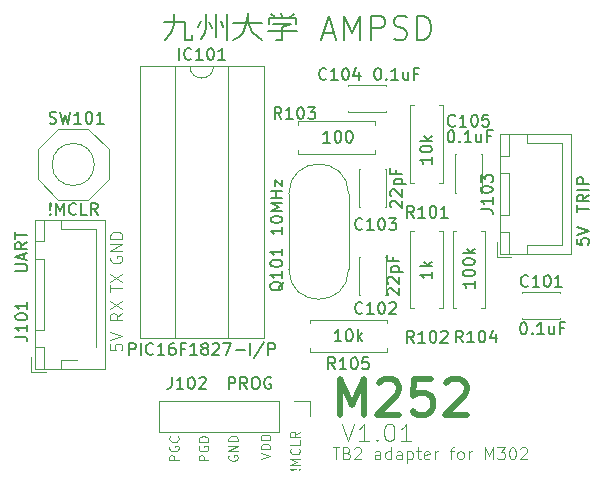
<source format=gbr>
%TF.GenerationSoftware,KiCad,Pcbnew,8.0.7-8.0.7-0~ubuntu22.04.1*%
%TF.CreationDate,2024-12-10T16:16:57+09:00*%
%TF.ProjectId,M252,4d323532-2e6b-4696-9361-645f70636258,rev?*%
%TF.SameCoordinates,Original*%
%TF.FileFunction,Legend,Top*%
%TF.FilePolarity,Positive*%
%FSLAX46Y46*%
G04 Gerber Fmt 4.6, Leading zero omitted, Abs format (unit mm)*
G04 Created by KiCad (PCBNEW 8.0.7-8.0.7-0~ubuntu22.04.1) date 2024-12-10 16:16:57*
%MOMM*%
%LPD*%
G01*
G04 APERTURE LIST*
%ADD10C,0.125000*%
%ADD11C,0.100000*%
%ADD12C,0.500000*%
%ADD13C,0.200000*%
%ADD14C,0.150000*%
%ADD15C,0.120000*%
G04 APERTURE END LIST*
D10*
X114645595Y-98977287D02*
X113845595Y-98977287D01*
X113845595Y-98977287D02*
X113845595Y-98672525D01*
X113845595Y-98672525D02*
X113883690Y-98596335D01*
X113883690Y-98596335D02*
X113921785Y-98558240D01*
X113921785Y-98558240D02*
X113997976Y-98520144D01*
X113997976Y-98520144D02*
X114112261Y-98520144D01*
X114112261Y-98520144D02*
X114188452Y-98558240D01*
X114188452Y-98558240D02*
X114226547Y-98596335D01*
X114226547Y-98596335D02*
X114264642Y-98672525D01*
X114264642Y-98672525D02*
X114264642Y-98977287D01*
X113883690Y-97758240D02*
X113845595Y-97834430D01*
X113845595Y-97834430D02*
X113845595Y-97948716D01*
X113845595Y-97948716D02*
X113883690Y-98063002D01*
X113883690Y-98063002D02*
X113959880Y-98139192D01*
X113959880Y-98139192D02*
X114036071Y-98177287D01*
X114036071Y-98177287D02*
X114188452Y-98215383D01*
X114188452Y-98215383D02*
X114302738Y-98215383D01*
X114302738Y-98215383D02*
X114455119Y-98177287D01*
X114455119Y-98177287D02*
X114531309Y-98139192D01*
X114531309Y-98139192D02*
X114607500Y-98063002D01*
X114607500Y-98063002D02*
X114645595Y-97948716D01*
X114645595Y-97948716D02*
X114645595Y-97872525D01*
X114645595Y-97872525D02*
X114607500Y-97758240D01*
X114607500Y-97758240D02*
X114569404Y-97720144D01*
X114569404Y-97720144D02*
X114302738Y-97720144D01*
X114302738Y-97720144D02*
X114302738Y-97872525D01*
X114569404Y-96920144D02*
X114607500Y-96958240D01*
X114607500Y-96958240D02*
X114645595Y-97072525D01*
X114645595Y-97072525D02*
X114645595Y-97148716D01*
X114645595Y-97148716D02*
X114607500Y-97263002D01*
X114607500Y-97263002D02*
X114531309Y-97339192D01*
X114531309Y-97339192D02*
X114455119Y-97377287D01*
X114455119Y-97377287D02*
X114302738Y-97415383D01*
X114302738Y-97415383D02*
X114188452Y-97415383D01*
X114188452Y-97415383D02*
X114036071Y-97377287D01*
X114036071Y-97377287D02*
X113959880Y-97339192D01*
X113959880Y-97339192D02*
X113883690Y-97263002D01*
X113883690Y-97263002D02*
X113845595Y-97148716D01*
X113845595Y-97148716D02*
X113845595Y-97072525D01*
X113845595Y-97072525D02*
X113883690Y-96958240D01*
X113883690Y-96958240D02*
X113921785Y-96920144D01*
X121595595Y-98841573D02*
X122395595Y-98574906D01*
X122395595Y-98574906D02*
X121595595Y-98308240D01*
X122395595Y-98041573D02*
X121595595Y-98041573D01*
X121595595Y-98041573D02*
X121595595Y-97851097D01*
X121595595Y-97851097D02*
X121633690Y-97736811D01*
X121633690Y-97736811D02*
X121709880Y-97660621D01*
X121709880Y-97660621D02*
X121786071Y-97622526D01*
X121786071Y-97622526D02*
X121938452Y-97584430D01*
X121938452Y-97584430D02*
X122052738Y-97584430D01*
X122052738Y-97584430D02*
X122205119Y-97622526D01*
X122205119Y-97622526D02*
X122281309Y-97660621D01*
X122281309Y-97660621D02*
X122357500Y-97736811D01*
X122357500Y-97736811D02*
X122395595Y-97851097D01*
X122395595Y-97851097D02*
X122395595Y-98041573D01*
X122395595Y-97241573D02*
X121595595Y-97241573D01*
X121595595Y-97241573D02*
X121595595Y-97051097D01*
X121595595Y-97051097D02*
X121633690Y-96936811D01*
X121633690Y-96936811D02*
X121709880Y-96860621D01*
X121709880Y-96860621D02*
X121786071Y-96822526D01*
X121786071Y-96822526D02*
X121938452Y-96784430D01*
X121938452Y-96784430D02*
X122052738Y-96784430D01*
X122052738Y-96784430D02*
X122205119Y-96822526D01*
X122205119Y-96822526D02*
X122281309Y-96860621D01*
X122281309Y-96860621D02*
X122357500Y-96936811D01*
X122357500Y-96936811D02*
X122395595Y-97051097D01*
X122395595Y-97051097D02*
X122395595Y-97241573D01*
X117145595Y-98977287D02*
X116345595Y-98977287D01*
X116345595Y-98977287D02*
X116345595Y-98672525D01*
X116345595Y-98672525D02*
X116383690Y-98596335D01*
X116383690Y-98596335D02*
X116421785Y-98558240D01*
X116421785Y-98558240D02*
X116497976Y-98520144D01*
X116497976Y-98520144D02*
X116612261Y-98520144D01*
X116612261Y-98520144D02*
X116688452Y-98558240D01*
X116688452Y-98558240D02*
X116726547Y-98596335D01*
X116726547Y-98596335D02*
X116764642Y-98672525D01*
X116764642Y-98672525D02*
X116764642Y-98977287D01*
X116383690Y-97758240D02*
X116345595Y-97834430D01*
X116345595Y-97834430D02*
X116345595Y-97948716D01*
X116345595Y-97948716D02*
X116383690Y-98063002D01*
X116383690Y-98063002D02*
X116459880Y-98139192D01*
X116459880Y-98139192D02*
X116536071Y-98177287D01*
X116536071Y-98177287D02*
X116688452Y-98215383D01*
X116688452Y-98215383D02*
X116802738Y-98215383D01*
X116802738Y-98215383D02*
X116955119Y-98177287D01*
X116955119Y-98177287D02*
X117031309Y-98139192D01*
X117031309Y-98139192D02*
X117107500Y-98063002D01*
X117107500Y-98063002D02*
X117145595Y-97948716D01*
X117145595Y-97948716D02*
X117145595Y-97872525D01*
X117145595Y-97872525D02*
X117107500Y-97758240D01*
X117107500Y-97758240D02*
X117069404Y-97720144D01*
X117069404Y-97720144D02*
X116802738Y-97720144D01*
X116802738Y-97720144D02*
X116802738Y-97872525D01*
X117145595Y-97377287D02*
X116345595Y-97377287D01*
X116345595Y-97377287D02*
X116345595Y-97186811D01*
X116345595Y-97186811D02*
X116383690Y-97072525D01*
X116383690Y-97072525D02*
X116459880Y-96996335D01*
X116459880Y-96996335D02*
X116536071Y-96958240D01*
X116536071Y-96958240D02*
X116688452Y-96920144D01*
X116688452Y-96920144D02*
X116802738Y-96920144D01*
X116802738Y-96920144D02*
X116955119Y-96958240D01*
X116955119Y-96958240D02*
X117031309Y-96996335D01*
X117031309Y-96996335D02*
X117107500Y-97072525D01*
X117107500Y-97072525D02*
X117145595Y-97186811D01*
X117145595Y-97186811D02*
X117145595Y-97377287D01*
D11*
X108854419Y-84674972D02*
X108854419Y-84103544D01*
X109854419Y-84389258D02*
X108854419Y-84389258D01*
X108854419Y-83865448D02*
X109854419Y-83198782D01*
X108854419Y-83198782D02*
X109854419Y-83865448D01*
D12*
X128297232Y-95110857D02*
X128297232Y-92110857D01*
X128297232Y-92110857D02*
X129297232Y-94253714D01*
X129297232Y-94253714D02*
X130297232Y-92110857D01*
X130297232Y-92110857D02*
X130297232Y-95110857D01*
X131582946Y-92396571D02*
X131725803Y-92253714D01*
X131725803Y-92253714D02*
X132011518Y-92110857D01*
X132011518Y-92110857D02*
X132725803Y-92110857D01*
X132725803Y-92110857D02*
X133011518Y-92253714D01*
X133011518Y-92253714D02*
X133154375Y-92396571D01*
X133154375Y-92396571D02*
X133297232Y-92682285D01*
X133297232Y-92682285D02*
X133297232Y-92968000D01*
X133297232Y-92968000D02*
X133154375Y-93396571D01*
X133154375Y-93396571D02*
X131440089Y-95110857D01*
X131440089Y-95110857D02*
X133297232Y-95110857D01*
X136011518Y-92110857D02*
X134582946Y-92110857D01*
X134582946Y-92110857D02*
X134440089Y-93539428D01*
X134440089Y-93539428D02*
X134582946Y-93396571D01*
X134582946Y-93396571D02*
X134868661Y-93253714D01*
X134868661Y-93253714D02*
X135582946Y-93253714D01*
X135582946Y-93253714D02*
X135868661Y-93396571D01*
X135868661Y-93396571D02*
X136011518Y-93539428D01*
X136011518Y-93539428D02*
X136154375Y-93825142D01*
X136154375Y-93825142D02*
X136154375Y-94539428D01*
X136154375Y-94539428D02*
X136011518Y-94825142D01*
X136011518Y-94825142D02*
X135868661Y-94968000D01*
X135868661Y-94968000D02*
X135582946Y-95110857D01*
X135582946Y-95110857D02*
X134868661Y-95110857D01*
X134868661Y-95110857D02*
X134582946Y-94968000D01*
X134582946Y-94968000D02*
X134440089Y-94825142D01*
X137297232Y-92396571D02*
X137440089Y-92253714D01*
X137440089Y-92253714D02*
X137725804Y-92110857D01*
X137725804Y-92110857D02*
X138440089Y-92110857D01*
X138440089Y-92110857D02*
X138725804Y-92253714D01*
X138725804Y-92253714D02*
X138868661Y-92396571D01*
X138868661Y-92396571D02*
X139011518Y-92682285D01*
X139011518Y-92682285D02*
X139011518Y-92968000D01*
X139011518Y-92968000D02*
X138868661Y-93396571D01*
X138868661Y-93396571D02*
X137154375Y-95110857D01*
X137154375Y-95110857D02*
X139011518Y-95110857D01*
D11*
X108902038Y-81722306D02*
X108854419Y-81817544D01*
X108854419Y-81817544D02*
X108854419Y-81960401D01*
X108854419Y-81960401D02*
X108902038Y-82103258D01*
X108902038Y-82103258D02*
X108997276Y-82198496D01*
X108997276Y-82198496D02*
X109092514Y-82246115D01*
X109092514Y-82246115D02*
X109282990Y-82293734D01*
X109282990Y-82293734D02*
X109425847Y-82293734D01*
X109425847Y-82293734D02*
X109616323Y-82246115D01*
X109616323Y-82246115D02*
X109711561Y-82198496D01*
X109711561Y-82198496D02*
X109806800Y-82103258D01*
X109806800Y-82103258D02*
X109854419Y-81960401D01*
X109854419Y-81960401D02*
X109854419Y-81865163D01*
X109854419Y-81865163D02*
X109806800Y-81722306D01*
X109806800Y-81722306D02*
X109759180Y-81674687D01*
X109759180Y-81674687D02*
X109425847Y-81674687D01*
X109425847Y-81674687D02*
X109425847Y-81865163D01*
X109854419Y-81246115D02*
X108854419Y-81246115D01*
X108854419Y-81246115D02*
X109854419Y-80674687D01*
X109854419Y-80674687D02*
X108854419Y-80674687D01*
X109854419Y-80198496D02*
X108854419Y-80198496D01*
X108854419Y-80198496D02*
X108854419Y-79960401D01*
X108854419Y-79960401D02*
X108902038Y-79817544D01*
X108902038Y-79817544D02*
X108997276Y-79722306D01*
X108997276Y-79722306D02*
X109092514Y-79674687D01*
X109092514Y-79674687D02*
X109282990Y-79627068D01*
X109282990Y-79627068D02*
X109425847Y-79627068D01*
X109425847Y-79627068D02*
X109616323Y-79674687D01*
X109616323Y-79674687D02*
X109711561Y-79722306D01*
X109711561Y-79722306D02*
X109806800Y-79817544D01*
X109806800Y-79817544D02*
X109854419Y-79960401D01*
X109854419Y-79960401D02*
X109854419Y-80198496D01*
D13*
X114274435Y-61155961D02*
X114274435Y-62013104D01*
X114274435Y-62013104D02*
X114083958Y-62584533D01*
X114083958Y-62584533D02*
X113893482Y-62870247D01*
X113893482Y-62870247D02*
X113512530Y-63346438D01*
X113417292Y-61822628D02*
X115131578Y-61822628D01*
X115131578Y-61822628D02*
X115131578Y-63346438D01*
X115131578Y-63346438D02*
X115798244Y-63346438D01*
X115798244Y-63346438D02*
X115798244Y-62965485D01*
X117798244Y-61155961D02*
X117798244Y-63155961D01*
X118750625Y-61155961D02*
X118750625Y-63346438D01*
X117226816Y-61822628D02*
X117417292Y-62394057D01*
X118179197Y-61727390D02*
X118369673Y-62298819D01*
X116560149Y-61727390D02*
X116274435Y-62298819D01*
X116941101Y-61155961D02*
X116941101Y-62298819D01*
X116941101Y-62298819D02*
X116845863Y-62775009D01*
X116845863Y-62775009D02*
X116560149Y-63251200D01*
X119226816Y-61917866D02*
X121703006Y-61917866D01*
X120464911Y-61060723D02*
X120464911Y-61822628D01*
X120464911Y-61822628D02*
X120845863Y-62679771D01*
X120845863Y-62679771D02*
X121322054Y-63155961D01*
X121322054Y-63155961D02*
X121703006Y-63346438D01*
X120369673Y-62013104D02*
X120083959Y-62775009D01*
X120083959Y-62775009D02*
X119703006Y-63155961D01*
X119703006Y-63155961D02*
X119226816Y-63346438D01*
X120464911Y-61251200D02*
X120274435Y-62394057D01*
X122179197Y-62584533D02*
X124655387Y-62584533D01*
X122845863Y-63346438D02*
X123417292Y-63346438D01*
X122274435Y-61536914D02*
X122274435Y-62013104D01*
X123417292Y-62394057D02*
X123417292Y-63346438D01*
X122274435Y-61536914D02*
X124560149Y-61536914D01*
X124560149Y-61536914D02*
X124560149Y-62013104D01*
X122464911Y-61155961D02*
X122750625Y-61441676D01*
X124369673Y-61155961D02*
X123988721Y-61536914D01*
X123322054Y-61060723D02*
X123417292Y-61441676D01*
X122655387Y-62013104D02*
X124179197Y-62013104D01*
X124179197Y-62013104D02*
X123417292Y-62298819D01*
X126845864Y-62775009D02*
X127798245Y-62775009D01*
X126655388Y-63346438D02*
X127322054Y-61346438D01*
X127322054Y-61346438D02*
X127988721Y-63346438D01*
X128655388Y-63346438D02*
X128655388Y-61346438D01*
X128655388Y-61346438D02*
X129322055Y-62775009D01*
X129322055Y-62775009D02*
X129988721Y-61346438D01*
X129988721Y-61346438D02*
X129988721Y-63346438D01*
X130941102Y-63346438D02*
X130941102Y-61346438D01*
X130941102Y-61346438D02*
X131703007Y-61346438D01*
X131703007Y-61346438D02*
X131893483Y-61441676D01*
X131893483Y-61441676D02*
X131988721Y-61536914D01*
X131988721Y-61536914D02*
X132083959Y-61727390D01*
X132083959Y-61727390D02*
X132083959Y-62013104D01*
X132083959Y-62013104D02*
X131988721Y-62203580D01*
X131988721Y-62203580D02*
X131893483Y-62298819D01*
X131893483Y-62298819D02*
X131703007Y-62394057D01*
X131703007Y-62394057D02*
X130941102Y-62394057D01*
X132845864Y-63251200D02*
X133131578Y-63346438D01*
X133131578Y-63346438D02*
X133607769Y-63346438D01*
X133607769Y-63346438D02*
X133798245Y-63251200D01*
X133798245Y-63251200D02*
X133893483Y-63155961D01*
X133893483Y-63155961D02*
X133988721Y-62965485D01*
X133988721Y-62965485D02*
X133988721Y-62775009D01*
X133988721Y-62775009D02*
X133893483Y-62584533D01*
X133893483Y-62584533D02*
X133798245Y-62489295D01*
X133798245Y-62489295D02*
X133607769Y-62394057D01*
X133607769Y-62394057D02*
X133226816Y-62298819D01*
X133226816Y-62298819D02*
X133036340Y-62203580D01*
X133036340Y-62203580D02*
X132941102Y-62108342D01*
X132941102Y-62108342D02*
X132845864Y-61917866D01*
X132845864Y-61917866D02*
X132845864Y-61727390D01*
X132845864Y-61727390D02*
X132941102Y-61536914D01*
X132941102Y-61536914D02*
X133036340Y-61441676D01*
X133036340Y-61441676D02*
X133226816Y-61346438D01*
X133226816Y-61346438D02*
X133703007Y-61346438D01*
X133703007Y-61346438D02*
X133988721Y-61441676D01*
X134845864Y-63346438D02*
X134845864Y-61346438D01*
X134845864Y-61346438D02*
X135322054Y-61346438D01*
X135322054Y-61346438D02*
X135607769Y-61441676D01*
X135607769Y-61441676D02*
X135798245Y-61632152D01*
X135798245Y-61632152D02*
X135893483Y-61822628D01*
X135893483Y-61822628D02*
X135988721Y-62203580D01*
X135988721Y-62203580D02*
X135988721Y-62489295D01*
X135988721Y-62489295D02*
X135893483Y-62870247D01*
X135893483Y-62870247D02*
X135798245Y-63060723D01*
X135798245Y-63060723D02*
X135607769Y-63251200D01*
X135607769Y-63251200D02*
X135322054Y-63346438D01*
X135322054Y-63346438D02*
X134845864Y-63346438D01*
D14*
X148348819Y-80187030D02*
X148348819Y-80663220D01*
X148348819Y-80663220D02*
X148825009Y-80710839D01*
X148825009Y-80710839D02*
X148777390Y-80663220D01*
X148777390Y-80663220D02*
X148729771Y-80567982D01*
X148729771Y-80567982D02*
X148729771Y-80329887D01*
X148729771Y-80329887D02*
X148777390Y-80234649D01*
X148777390Y-80234649D02*
X148825009Y-80187030D01*
X148825009Y-80187030D02*
X148920247Y-80139411D01*
X148920247Y-80139411D02*
X149158342Y-80139411D01*
X149158342Y-80139411D02*
X149253580Y-80187030D01*
X149253580Y-80187030D02*
X149301200Y-80234649D01*
X149301200Y-80234649D02*
X149348819Y-80329887D01*
X149348819Y-80329887D02*
X149348819Y-80567982D01*
X149348819Y-80567982D02*
X149301200Y-80663220D01*
X149301200Y-80663220D02*
X149253580Y-80710839D01*
X148348819Y-79853696D02*
X149348819Y-79520363D01*
X149348819Y-79520363D02*
X148348819Y-79187030D01*
D11*
X127661027Y-97872419D02*
X128232455Y-97872419D01*
X127946741Y-98872419D02*
X127946741Y-97872419D01*
X128899122Y-98348609D02*
X129041979Y-98396228D01*
X129041979Y-98396228D02*
X129089598Y-98443847D01*
X129089598Y-98443847D02*
X129137217Y-98539085D01*
X129137217Y-98539085D02*
X129137217Y-98681942D01*
X129137217Y-98681942D02*
X129089598Y-98777180D01*
X129089598Y-98777180D02*
X129041979Y-98824800D01*
X129041979Y-98824800D02*
X128946741Y-98872419D01*
X128946741Y-98872419D02*
X128565789Y-98872419D01*
X128565789Y-98872419D02*
X128565789Y-97872419D01*
X128565789Y-97872419D02*
X128899122Y-97872419D01*
X128899122Y-97872419D02*
X128994360Y-97920038D01*
X128994360Y-97920038D02*
X129041979Y-97967657D01*
X129041979Y-97967657D02*
X129089598Y-98062895D01*
X129089598Y-98062895D02*
X129089598Y-98158133D01*
X129089598Y-98158133D02*
X129041979Y-98253371D01*
X129041979Y-98253371D02*
X128994360Y-98300990D01*
X128994360Y-98300990D02*
X128899122Y-98348609D01*
X128899122Y-98348609D02*
X128565789Y-98348609D01*
X129518170Y-97967657D02*
X129565789Y-97920038D01*
X129565789Y-97920038D02*
X129661027Y-97872419D01*
X129661027Y-97872419D02*
X129899122Y-97872419D01*
X129899122Y-97872419D02*
X129994360Y-97920038D01*
X129994360Y-97920038D02*
X130041979Y-97967657D01*
X130041979Y-97967657D02*
X130089598Y-98062895D01*
X130089598Y-98062895D02*
X130089598Y-98158133D01*
X130089598Y-98158133D02*
X130041979Y-98300990D01*
X130041979Y-98300990D02*
X129470551Y-98872419D01*
X129470551Y-98872419D02*
X130089598Y-98872419D01*
X131708646Y-98872419D02*
X131708646Y-98348609D01*
X131708646Y-98348609D02*
X131661027Y-98253371D01*
X131661027Y-98253371D02*
X131565789Y-98205752D01*
X131565789Y-98205752D02*
X131375313Y-98205752D01*
X131375313Y-98205752D02*
X131280075Y-98253371D01*
X131708646Y-98824800D02*
X131613408Y-98872419D01*
X131613408Y-98872419D02*
X131375313Y-98872419D01*
X131375313Y-98872419D02*
X131280075Y-98824800D01*
X131280075Y-98824800D02*
X131232456Y-98729561D01*
X131232456Y-98729561D02*
X131232456Y-98634323D01*
X131232456Y-98634323D02*
X131280075Y-98539085D01*
X131280075Y-98539085D02*
X131375313Y-98491466D01*
X131375313Y-98491466D02*
X131613408Y-98491466D01*
X131613408Y-98491466D02*
X131708646Y-98443847D01*
X132613408Y-98872419D02*
X132613408Y-97872419D01*
X132613408Y-98824800D02*
X132518170Y-98872419D01*
X132518170Y-98872419D02*
X132327694Y-98872419D01*
X132327694Y-98872419D02*
X132232456Y-98824800D01*
X132232456Y-98824800D02*
X132184837Y-98777180D01*
X132184837Y-98777180D02*
X132137218Y-98681942D01*
X132137218Y-98681942D02*
X132137218Y-98396228D01*
X132137218Y-98396228D02*
X132184837Y-98300990D01*
X132184837Y-98300990D02*
X132232456Y-98253371D01*
X132232456Y-98253371D02*
X132327694Y-98205752D01*
X132327694Y-98205752D02*
X132518170Y-98205752D01*
X132518170Y-98205752D02*
X132613408Y-98253371D01*
X133518170Y-98872419D02*
X133518170Y-98348609D01*
X133518170Y-98348609D02*
X133470551Y-98253371D01*
X133470551Y-98253371D02*
X133375313Y-98205752D01*
X133375313Y-98205752D02*
X133184837Y-98205752D01*
X133184837Y-98205752D02*
X133089599Y-98253371D01*
X133518170Y-98824800D02*
X133422932Y-98872419D01*
X133422932Y-98872419D02*
X133184837Y-98872419D01*
X133184837Y-98872419D02*
X133089599Y-98824800D01*
X133089599Y-98824800D02*
X133041980Y-98729561D01*
X133041980Y-98729561D02*
X133041980Y-98634323D01*
X133041980Y-98634323D02*
X133089599Y-98539085D01*
X133089599Y-98539085D02*
X133184837Y-98491466D01*
X133184837Y-98491466D02*
X133422932Y-98491466D01*
X133422932Y-98491466D02*
X133518170Y-98443847D01*
X133994361Y-98205752D02*
X133994361Y-99205752D01*
X133994361Y-98253371D02*
X134089599Y-98205752D01*
X134089599Y-98205752D02*
X134280075Y-98205752D01*
X134280075Y-98205752D02*
X134375313Y-98253371D01*
X134375313Y-98253371D02*
X134422932Y-98300990D01*
X134422932Y-98300990D02*
X134470551Y-98396228D01*
X134470551Y-98396228D02*
X134470551Y-98681942D01*
X134470551Y-98681942D02*
X134422932Y-98777180D01*
X134422932Y-98777180D02*
X134375313Y-98824800D01*
X134375313Y-98824800D02*
X134280075Y-98872419D01*
X134280075Y-98872419D02*
X134089599Y-98872419D01*
X134089599Y-98872419D02*
X133994361Y-98824800D01*
X134756266Y-98205752D02*
X135137218Y-98205752D01*
X134899123Y-97872419D02*
X134899123Y-98729561D01*
X134899123Y-98729561D02*
X134946742Y-98824800D01*
X134946742Y-98824800D02*
X135041980Y-98872419D01*
X135041980Y-98872419D02*
X135137218Y-98872419D01*
X135851504Y-98824800D02*
X135756266Y-98872419D01*
X135756266Y-98872419D02*
X135565790Y-98872419D01*
X135565790Y-98872419D02*
X135470552Y-98824800D01*
X135470552Y-98824800D02*
X135422933Y-98729561D01*
X135422933Y-98729561D02*
X135422933Y-98348609D01*
X135422933Y-98348609D02*
X135470552Y-98253371D01*
X135470552Y-98253371D02*
X135565790Y-98205752D01*
X135565790Y-98205752D02*
X135756266Y-98205752D01*
X135756266Y-98205752D02*
X135851504Y-98253371D01*
X135851504Y-98253371D02*
X135899123Y-98348609D01*
X135899123Y-98348609D02*
X135899123Y-98443847D01*
X135899123Y-98443847D02*
X135422933Y-98539085D01*
X136327695Y-98872419D02*
X136327695Y-98205752D01*
X136327695Y-98396228D02*
X136375314Y-98300990D01*
X136375314Y-98300990D02*
X136422933Y-98253371D01*
X136422933Y-98253371D02*
X136518171Y-98205752D01*
X136518171Y-98205752D02*
X136613409Y-98205752D01*
X137565791Y-98205752D02*
X137946743Y-98205752D01*
X137708648Y-98872419D02*
X137708648Y-98015276D01*
X137708648Y-98015276D02*
X137756267Y-97920038D01*
X137756267Y-97920038D02*
X137851505Y-97872419D01*
X137851505Y-97872419D02*
X137946743Y-97872419D01*
X138422934Y-98872419D02*
X138327696Y-98824800D01*
X138327696Y-98824800D02*
X138280077Y-98777180D01*
X138280077Y-98777180D02*
X138232458Y-98681942D01*
X138232458Y-98681942D02*
X138232458Y-98396228D01*
X138232458Y-98396228D02*
X138280077Y-98300990D01*
X138280077Y-98300990D02*
X138327696Y-98253371D01*
X138327696Y-98253371D02*
X138422934Y-98205752D01*
X138422934Y-98205752D02*
X138565791Y-98205752D01*
X138565791Y-98205752D02*
X138661029Y-98253371D01*
X138661029Y-98253371D02*
X138708648Y-98300990D01*
X138708648Y-98300990D02*
X138756267Y-98396228D01*
X138756267Y-98396228D02*
X138756267Y-98681942D01*
X138756267Y-98681942D02*
X138708648Y-98777180D01*
X138708648Y-98777180D02*
X138661029Y-98824800D01*
X138661029Y-98824800D02*
X138565791Y-98872419D01*
X138565791Y-98872419D02*
X138422934Y-98872419D01*
X139184839Y-98872419D02*
X139184839Y-98205752D01*
X139184839Y-98396228D02*
X139232458Y-98300990D01*
X139232458Y-98300990D02*
X139280077Y-98253371D01*
X139280077Y-98253371D02*
X139375315Y-98205752D01*
X139375315Y-98205752D02*
X139470553Y-98205752D01*
X140565792Y-98872419D02*
X140565792Y-97872419D01*
X140565792Y-97872419D02*
X140899125Y-98586704D01*
X140899125Y-98586704D02*
X141232458Y-97872419D01*
X141232458Y-97872419D02*
X141232458Y-98872419D01*
X141613411Y-97872419D02*
X142232458Y-97872419D01*
X142232458Y-97872419D02*
X141899125Y-98253371D01*
X141899125Y-98253371D02*
X142041982Y-98253371D01*
X142041982Y-98253371D02*
X142137220Y-98300990D01*
X142137220Y-98300990D02*
X142184839Y-98348609D01*
X142184839Y-98348609D02*
X142232458Y-98443847D01*
X142232458Y-98443847D02*
X142232458Y-98681942D01*
X142232458Y-98681942D02*
X142184839Y-98777180D01*
X142184839Y-98777180D02*
X142137220Y-98824800D01*
X142137220Y-98824800D02*
X142041982Y-98872419D01*
X142041982Y-98872419D02*
X141756268Y-98872419D01*
X141756268Y-98872419D02*
X141661030Y-98824800D01*
X141661030Y-98824800D02*
X141613411Y-98777180D01*
X142851506Y-97872419D02*
X142946744Y-97872419D01*
X142946744Y-97872419D02*
X143041982Y-97920038D01*
X143041982Y-97920038D02*
X143089601Y-97967657D01*
X143089601Y-97967657D02*
X143137220Y-98062895D01*
X143137220Y-98062895D02*
X143184839Y-98253371D01*
X143184839Y-98253371D02*
X143184839Y-98491466D01*
X143184839Y-98491466D02*
X143137220Y-98681942D01*
X143137220Y-98681942D02*
X143089601Y-98777180D01*
X143089601Y-98777180D02*
X143041982Y-98824800D01*
X143041982Y-98824800D02*
X142946744Y-98872419D01*
X142946744Y-98872419D02*
X142851506Y-98872419D01*
X142851506Y-98872419D02*
X142756268Y-98824800D01*
X142756268Y-98824800D02*
X142708649Y-98777180D01*
X142708649Y-98777180D02*
X142661030Y-98681942D01*
X142661030Y-98681942D02*
X142613411Y-98491466D01*
X142613411Y-98491466D02*
X142613411Y-98253371D01*
X142613411Y-98253371D02*
X142661030Y-98062895D01*
X142661030Y-98062895D02*
X142708649Y-97967657D01*
X142708649Y-97967657D02*
X142756268Y-97920038D01*
X142756268Y-97920038D02*
X142851506Y-97872419D01*
X143565792Y-97967657D02*
X143613411Y-97920038D01*
X143613411Y-97920038D02*
X143708649Y-97872419D01*
X143708649Y-97872419D02*
X143946744Y-97872419D01*
X143946744Y-97872419D02*
X144041982Y-97920038D01*
X144041982Y-97920038D02*
X144089601Y-97967657D01*
X144089601Y-97967657D02*
X144137220Y-98062895D01*
X144137220Y-98062895D02*
X144137220Y-98158133D01*
X144137220Y-98158133D02*
X144089601Y-98300990D01*
X144089601Y-98300990D02*
X143518173Y-98872419D01*
X143518173Y-98872419D02*
X144137220Y-98872419D01*
X108854419Y-89135925D02*
X108854419Y-89612115D01*
X108854419Y-89612115D02*
X109330609Y-89659734D01*
X109330609Y-89659734D02*
X109282990Y-89612115D01*
X109282990Y-89612115D02*
X109235371Y-89516877D01*
X109235371Y-89516877D02*
X109235371Y-89278782D01*
X109235371Y-89278782D02*
X109282990Y-89183544D01*
X109282990Y-89183544D02*
X109330609Y-89135925D01*
X109330609Y-89135925D02*
X109425847Y-89088306D01*
X109425847Y-89088306D02*
X109663942Y-89088306D01*
X109663942Y-89088306D02*
X109759180Y-89135925D01*
X109759180Y-89135925D02*
X109806800Y-89183544D01*
X109806800Y-89183544D02*
X109854419Y-89278782D01*
X109854419Y-89278782D02*
X109854419Y-89516877D01*
X109854419Y-89516877D02*
X109806800Y-89612115D01*
X109806800Y-89612115D02*
X109759180Y-89659734D01*
X108854419Y-88802591D02*
X109854419Y-88469258D01*
X109854419Y-88469258D02*
X108854419Y-88135925D01*
D10*
X118883690Y-98558240D02*
X118845595Y-98634430D01*
X118845595Y-98634430D02*
X118845595Y-98748716D01*
X118845595Y-98748716D02*
X118883690Y-98863002D01*
X118883690Y-98863002D02*
X118959880Y-98939192D01*
X118959880Y-98939192D02*
X119036071Y-98977287D01*
X119036071Y-98977287D02*
X119188452Y-99015383D01*
X119188452Y-99015383D02*
X119302738Y-99015383D01*
X119302738Y-99015383D02*
X119455119Y-98977287D01*
X119455119Y-98977287D02*
X119531309Y-98939192D01*
X119531309Y-98939192D02*
X119607500Y-98863002D01*
X119607500Y-98863002D02*
X119645595Y-98748716D01*
X119645595Y-98748716D02*
X119645595Y-98672525D01*
X119645595Y-98672525D02*
X119607500Y-98558240D01*
X119607500Y-98558240D02*
X119569404Y-98520144D01*
X119569404Y-98520144D02*
X119302738Y-98520144D01*
X119302738Y-98520144D02*
X119302738Y-98672525D01*
X119645595Y-98177287D02*
X118845595Y-98177287D01*
X118845595Y-98177287D02*
X119645595Y-97720144D01*
X119645595Y-97720144D02*
X118845595Y-97720144D01*
X119645595Y-97339192D02*
X118845595Y-97339192D01*
X118845595Y-97339192D02*
X118845595Y-97148716D01*
X118845595Y-97148716D02*
X118883690Y-97034430D01*
X118883690Y-97034430D02*
X118959880Y-96958240D01*
X118959880Y-96958240D02*
X119036071Y-96920145D01*
X119036071Y-96920145D02*
X119188452Y-96882049D01*
X119188452Y-96882049D02*
X119302738Y-96882049D01*
X119302738Y-96882049D02*
X119455119Y-96920145D01*
X119455119Y-96920145D02*
X119531309Y-96958240D01*
X119531309Y-96958240D02*
X119607500Y-97034430D01*
X119607500Y-97034430D02*
X119645595Y-97148716D01*
X119645595Y-97148716D02*
X119645595Y-97339192D01*
D11*
X128478646Y-95847228D02*
X128978646Y-97347228D01*
X128978646Y-97347228D02*
X129478646Y-95847228D01*
X130764360Y-97347228D02*
X129907217Y-97347228D01*
X130335788Y-97347228D02*
X130335788Y-95847228D01*
X130335788Y-95847228D02*
X130192931Y-96061514D01*
X130192931Y-96061514D02*
X130050074Y-96204371D01*
X130050074Y-96204371D02*
X129907217Y-96275800D01*
X131407216Y-97204371D02*
X131478645Y-97275800D01*
X131478645Y-97275800D02*
X131407216Y-97347228D01*
X131407216Y-97347228D02*
X131335788Y-97275800D01*
X131335788Y-97275800D02*
X131407216Y-97204371D01*
X131407216Y-97204371D02*
X131407216Y-97347228D01*
X132407217Y-95847228D02*
X132550074Y-95847228D01*
X132550074Y-95847228D02*
X132692931Y-95918657D01*
X132692931Y-95918657D02*
X132764360Y-95990085D01*
X132764360Y-95990085D02*
X132835788Y-96132942D01*
X132835788Y-96132942D02*
X132907217Y-96418657D01*
X132907217Y-96418657D02*
X132907217Y-96775800D01*
X132907217Y-96775800D02*
X132835788Y-97061514D01*
X132835788Y-97061514D02*
X132764360Y-97204371D01*
X132764360Y-97204371D02*
X132692931Y-97275800D01*
X132692931Y-97275800D02*
X132550074Y-97347228D01*
X132550074Y-97347228D02*
X132407217Y-97347228D01*
X132407217Y-97347228D02*
X132264360Y-97275800D01*
X132264360Y-97275800D02*
X132192931Y-97204371D01*
X132192931Y-97204371D02*
X132121502Y-97061514D01*
X132121502Y-97061514D02*
X132050074Y-96775800D01*
X132050074Y-96775800D02*
X132050074Y-96418657D01*
X132050074Y-96418657D02*
X132121502Y-96132942D01*
X132121502Y-96132942D02*
X132192931Y-95990085D01*
X132192931Y-95990085D02*
X132264360Y-95918657D01*
X132264360Y-95918657D02*
X132407217Y-95847228D01*
X134335788Y-97347228D02*
X133478645Y-97347228D01*
X133907216Y-97347228D02*
X133907216Y-95847228D01*
X133907216Y-95847228D02*
X133764359Y-96061514D01*
X133764359Y-96061514D02*
X133621502Y-96204371D01*
X133621502Y-96204371D02*
X133478645Y-96275800D01*
X109854419Y-86500687D02*
X109378228Y-86834020D01*
X109854419Y-87072115D02*
X108854419Y-87072115D01*
X108854419Y-87072115D02*
X108854419Y-86691163D01*
X108854419Y-86691163D02*
X108902038Y-86595925D01*
X108902038Y-86595925D02*
X108949657Y-86548306D01*
X108949657Y-86548306D02*
X109044895Y-86500687D01*
X109044895Y-86500687D02*
X109187752Y-86500687D01*
X109187752Y-86500687D02*
X109282990Y-86548306D01*
X109282990Y-86548306D02*
X109330609Y-86595925D01*
X109330609Y-86595925D02*
X109378228Y-86691163D01*
X109378228Y-86691163D02*
X109378228Y-87072115D01*
X108854419Y-86167353D02*
X109854419Y-85500687D01*
X108854419Y-85500687D02*
X109854419Y-86167353D01*
D10*
X124819404Y-99727287D02*
X124857500Y-99689192D01*
X124857500Y-99689192D02*
X124895595Y-99727287D01*
X124895595Y-99727287D02*
X124857500Y-99765383D01*
X124857500Y-99765383D02*
X124819404Y-99727287D01*
X124819404Y-99727287D02*
X124895595Y-99727287D01*
X124590833Y-99727287D02*
X124133690Y-99765383D01*
X124133690Y-99765383D02*
X124095595Y-99727287D01*
X124095595Y-99727287D02*
X124133690Y-99689192D01*
X124133690Y-99689192D02*
X124590833Y-99727287D01*
X124590833Y-99727287D02*
X124095595Y-99727287D01*
X124895595Y-99346335D02*
X124095595Y-99346335D01*
X124095595Y-99346335D02*
X124667023Y-99079669D01*
X124667023Y-99079669D02*
X124095595Y-98813002D01*
X124095595Y-98813002D02*
X124895595Y-98813002D01*
X124819404Y-97974906D02*
X124857500Y-98013002D01*
X124857500Y-98013002D02*
X124895595Y-98127287D01*
X124895595Y-98127287D02*
X124895595Y-98203478D01*
X124895595Y-98203478D02*
X124857500Y-98317764D01*
X124857500Y-98317764D02*
X124781309Y-98393954D01*
X124781309Y-98393954D02*
X124705119Y-98432049D01*
X124705119Y-98432049D02*
X124552738Y-98470145D01*
X124552738Y-98470145D02*
X124438452Y-98470145D01*
X124438452Y-98470145D02*
X124286071Y-98432049D01*
X124286071Y-98432049D02*
X124209880Y-98393954D01*
X124209880Y-98393954D02*
X124133690Y-98317764D01*
X124133690Y-98317764D02*
X124095595Y-98203478D01*
X124095595Y-98203478D02*
X124095595Y-98127287D01*
X124095595Y-98127287D02*
X124133690Y-98013002D01*
X124133690Y-98013002D02*
X124171785Y-97974906D01*
X124895595Y-97251097D02*
X124895595Y-97632049D01*
X124895595Y-97632049D02*
X124095595Y-97632049D01*
X124895595Y-96527287D02*
X124514642Y-96793954D01*
X124895595Y-96984430D02*
X124095595Y-96984430D01*
X124095595Y-96984430D02*
X124095595Y-96679668D01*
X124095595Y-96679668D02*
X124133690Y-96603478D01*
X124133690Y-96603478D02*
X124171785Y-96565383D01*
X124171785Y-96565383D02*
X124247976Y-96527287D01*
X124247976Y-96527287D02*
X124362261Y-96527287D01*
X124362261Y-96527287D02*
X124438452Y-96565383D01*
X124438452Y-96565383D02*
X124476547Y-96603478D01*
X124476547Y-96603478D02*
X124514642Y-96679668D01*
X124514642Y-96679668D02*
X124514642Y-96984430D01*
D14*
X100800819Y-88483714D02*
X101515104Y-88483714D01*
X101515104Y-88483714D02*
X101657961Y-88531333D01*
X101657961Y-88531333D02*
X101753200Y-88626571D01*
X101753200Y-88626571D02*
X101800819Y-88769428D01*
X101800819Y-88769428D02*
X101800819Y-88864666D01*
X101800819Y-87483714D02*
X101800819Y-88055142D01*
X101800819Y-87769428D02*
X100800819Y-87769428D01*
X100800819Y-87769428D02*
X100943676Y-87864666D01*
X100943676Y-87864666D02*
X101038914Y-87959904D01*
X101038914Y-87959904D02*
X101086533Y-88055142D01*
X100800819Y-86864666D02*
X100800819Y-86769428D01*
X100800819Y-86769428D02*
X100848438Y-86674190D01*
X100848438Y-86674190D02*
X100896057Y-86626571D01*
X100896057Y-86626571D02*
X100991295Y-86578952D01*
X100991295Y-86578952D02*
X101181771Y-86531333D01*
X101181771Y-86531333D02*
X101419866Y-86531333D01*
X101419866Y-86531333D02*
X101610342Y-86578952D01*
X101610342Y-86578952D02*
X101705580Y-86626571D01*
X101705580Y-86626571D02*
X101753200Y-86674190D01*
X101753200Y-86674190D02*
X101800819Y-86769428D01*
X101800819Y-86769428D02*
X101800819Y-86864666D01*
X101800819Y-86864666D02*
X101753200Y-86959904D01*
X101753200Y-86959904D02*
X101705580Y-87007523D01*
X101705580Y-87007523D02*
X101610342Y-87055142D01*
X101610342Y-87055142D02*
X101419866Y-87102761D01*
X101419866Y-87102761D02*
X101181771Y-87102761D01*
X101181771Y-87102761D02*
X100991295Y-87055142D01*
X100991295Y-87055142D02*
X100896057Y-87007523D01*
X100896057Y-87007523D02*
X100848438Y-86959904D01*
X100848438Y-86959904D02*
X100800819Y-86864666D01*
X101800819Y-85578952D02*
X101800819Y-86150380D01*
X101800819Y-85864666D02*
X100800819Y-85864666D01*
X100800819Y-85864666D02*
X100943676Y-85959904D01*
X100943676Y-85959904D02*
X101038914Y-86055142D01*
X101038914Y-86055142D02*
X101086533Y-86150380D01*
X100800819Y-82951237D02*
X101610342Y-82951237D01*
X101610342Y-82951237D02*
X101705580Y-82903618D01*
X101705580Y-82903618D02*
X101753200Y-82855999D01*
X101753200Y-82855999D02*
X101800819Y-82760761D01*
X101800819Y-82760761D02*
X101800819Y-82570285D01*
X101800819Y-82570285D02*
X101753200Y-82475047D01*
X101753200Y-82475047D02*
X101705580Y-82427428D01*
X101705580Y-82427428D02*
X101610342Y-82379809D01*
X101610342Y-82379809D02*
X100800819Y-82379809D01*
X101515104Y-81951237D02*
X101515104Y-81475047D01*
X101800819Y-82046475D02*
X100800819Y-81713142D01*
X100800819Y-81713142D02*
X101800819Y-81379809D01*
X101800819Y-80475047D02*
X101324628Y-80808380D01*
X101800819Y-81046475D02*
X100800819Y-81046475D01*
X100800819Y-81046475D02*
X100800819Y-80665523D01*
X100800819Y-80665523D02*
X100848438Y-80570285D01*
X100848438Y-80570285D02*
X100896057Y-80522666D01*
X100896057Y-80522666D02*
X100991295Y-80475047D01*
X100991295Y-80475047D02*
X101134152Y-80475047D01*
X101134152Y-80475047D02*
X101229390Y-80522666D01*
X101229390Y-80522666D02*
X101277009Y-80570285D01*
X101277009Y-80570285D02*
X101324628Y-80665523D01*
X101324628Y-80665523D02*
X101324628Y-81046475D01*
X100800819Y-80189332D02*
X100800819Y-79617904D01*
X101800819Y-79903618D02*
X100800819Y-79903618D01*
X134551752Y-78426019D02*
X134218419Y-77949828D01*
X133980324Y-78426019D02*
X133980324Y-77426019D01*
X133980324Y-77426019D02*
X134361276Y-77426019D01*
X134361276Y-77426019D02*
X134456514Y-77473638D01*
X134456514Y-77473638D02*
X134504133Y-77521257D01*
X134504133Y-77521257D02*
X134551752Y-77616495D01*
X134551752Y-77616495D02*
X134551752Y-77759352D01*
X134551752Y-77759352D02*
X134504133Y-77854590D01*
X134504133Y-77854590D02*
X134456514Y-77902209D01*
X134456514Y-77902209D02*
X134361276Y-77949828D01*
X134361276Y-77949828D02*
X133980324Y-77949828D01*
X135504133Y-78426019D02*
X134932705Y-78426019D01*
X135218419Y-78426019D02*
X135218419Y-77426019D01*
X135218419Y-77426019D02*
X135123181Y-77568876D01*
X135123181Y-77568876D02*
X135027943Y-77664114D01*
X135027943Y-77664114D02*
X134932705Y-77711733D01*
X136123181Y-77426019D02*
X136218419Y-77426019D01*
X136218419Y-77426019D02*
X136313657Y-77473638D01*
X136313657Y-77473638D02*
X136361276Y-77521257D01*
X136361276Y-77521257D02*
X136408895Y-77616495D01*
X136408895Y-77616495D02*
X136456514Y-77806971D01*
X136456514Y-77806971D02*
X136456514Y-78045066D01*
X136456514Y-78045066D02*
X136408895Y-78235542D01*
X136408895Y-78235542D02*
X136361276Y-78330780D01*
X136361276Y-78330780D02*
X136313657Y-78378400D01*
X136313657Y-78378400D02*
X136218419Y-78426019D01*
X136218419Y-78426019D02*
X136123181Y-78426019D01*
X136123181Y-78426019D02*
X136027943Y-78378400D01*
X136027943Y-78378400D02*
X135980324Y-78330780D01*
X135980324Y-78330780D02*
X135932705Y-78235542D01*
X135932705Y-78235542D02*
X135885086Y-78045066D01*
X135885086Y-78045066D02*
X135885086Y-77806971D01*
X135885086Y-77806971D02*
X135932705Y-77616495D01*
X135932705Y-77616495D02*
X135980324Y-77521257D01*
X135980324Y-77521257D02*
X136027943Y-77473638D01*
X136027943Y-77473638D02*
X136123181Y-77426019D01*
X137408895Y-78426019D02*
X136837467Y-78426019D01*
X137123181Y-78426019D02*
X137123181Y-77426019D01*
X137123181Y-77426019D02*
X137027943Y-77568876D01*
X137027943Y-77568876D02*
X136932705Y-77664114D01*
X136932705Y-77664114D02*
X136837467Y-77711733D01*
X136074819Y-73283238D02*
X136074819Y-73854666D01*
X136074819Y-73568952D02*
X135074819Y-73568952D01*
X135074819Y-73568952D02*
X135217676Y-73664190D01*
X135217676Y-73664190D02*
X135312914Y-73759428D01*
X135312914Y-73759428D02*
X135360533Y-73854666D01*
X135074819Y-72664190D02*
X135074819Y-72568952D01*
X135074819Y-72568952D02*
X135122438Y-72473714D01*
X135122438Y-72473714D02*
X135170057Y-72426095D01*
X135170057Y-72426095D02*
X135265295Y-72378476D01*
X135265295Y-72378476D02*
X135455771Y-72330857D01*
X135455771Y-72330857D02*
X135693866Y-72330857D01*
X135693866Y-72330857D02*
X135884342Y-72378476D01*
X135884342Y-72378476D02*
X135979580Y-72426095D01*
X135979580Y-72426095D02*
X136027200Y-72473714D01*
X136027200Y-72473714D02*
X136074819Y-72568952D01*
X136074819Y-72568952D02*
X136074819Y-72664190D01*
X136074819Y-72664190D02*
X136027200Y-72759428D01*
X136027200Y-72759428D02*
X135979580Y-72807047D01*
X135979580Y-72807047D02*
X135884342Y-72854666D01*
X135884342Y-72854666D02*
X135693866Y-72902285D01*
X135693866Y-72902285D02*
X135455771Y-72902285D01*
X135455771Y-72902285D02*
X135265295Y-72854666D01*
X135265295Y-72854666D02*
X135170057Y-72807047D01*
X135170057Y-72807047D02*
X135122438Y-72759428D01*
X135122438Y-72759428D02*
X135074819Y-72664190D01*
X136074819Y-71902285D02*
X135074819Y-71902285D01*
X135693866Y-71807047D02*
X136074819Y-71521333D01*
X135408152Y-71521333D02*
X135789104Y-71902285D01*
X130198952Y-86465580D02*
X130151333Y-86513200D01*
X130151333Y-86513200D02*
X130008476Y-86560819D01*
X130008476Y-86560819D02*
X129913238Y-86560819D01*
X129913238Y-86560819D02*
X129770381Y-86513200D01*
X129770381Y-86513200D02*
X129675143Y-86417961D01*
X129675143Y-86417961D02*
X129627524Y-86322723D01*
X129627524Y-86322723D02*
X129579905Y-86132247D01*
X129579905Y-86132247D02*
X129579905Y-85989390D01*
X129579905Y-85989390D02*
X129627524Y-85798914D01*
X129627524Y-85798914D02*
X129675143Y-85703676D01*
X129675143Y-85703676D02*
X129770381Y-85608438D01*
X129770381Y-85608438D02*
X129913238Y-85560819D01*
X129913238Y-85560819D02*
X130008476Y-85560819D01*
X130008476Y-85560819D02*
X130151333Y-85608438D01*
X130151333Y-85608438D02*
X130198952Y-85656057D01*
X131151333Y-86560819D02*
X130579905Y-86560819D01*
X130865619Y-86560819D02*
X130865619Y-85560819D01*
X130865619Y-85560819D02*
X130770381Y-85703676D01*
X130770381Y-85703676D02*
X130675143Y-85798914D01*
X130675143Y-85798914D02*
X130579905Y-85846533D01*
X131770381Y-85560819D02*
X131865619Y-85560819D01*
X131865619Y-85560819D02*
X131960857Y-85608438D01*
X131960857Y-85608438D02*
X132008476Y-85656057D01*
X132008476Y-85656057D02*
X132056095Y-85751295D01*
X132056095Y-85751295D02*
X132103714Y-85941771D01*
X132103714Y-85941771D02*
X132103714Y-86179866D01*
X132103714Y-86179866D02*
X132056095Y-86370342D01*
X132056095Y-86370342D02*
X132008476Y-86465580D01*
X132008476Y-86465580D02*
X131960857Y-86513200D01*
X131960857Y-86513200D02*
X131865619Y-86560819D01*
X131865619Y-86560819D02*
X131770381Y-86560819D01*
X131770381Y-86560819D02*
X131675143Y-86513200D01*
X131675143Y-86513200D02*
X131627524Y-86465580D01*
X131627524Y-86465580D02*
X131579905Y-86370342D01*
X131579905Y-86370342D02*
X131532286Y-86179866D01*
X131532286Y-86179866D02*
X131532286Y-85941771D01*
X131532286Y-85941771D02*
X131579905Y-85751295D01*
X131579905Y-85751295D02*
X131627524Y-85656057D01*
X131627524Y-85656057D02*
X131675143Y-85608438D01*
X131675143Y-85608438D02*
X131770381Y-85560819D01*
X132484667Y-85656057D02*
X132532286Y-85608438D01*
X132532286Y-85608438D02*
X132627524Y-85560819D01*
X132627524Y-85560819D02*
X132865619Y-85560819D01*
X132865619Y-85560819D02*
X132960857Y-85608438D01*
X132960857Y-85608438D02*
X133008476Y-85656057D01*
X133008476Y-85656057D02*
X133056095Y-85751295D01*
X133056095Y-85751295D02*
X133056095Y-85846533D01*
X133056095Y-85846533D02*
X133008476Y-85989390D01*
X133008476Y-85989390D02*
X132437048Y-86560819D01*
X132437048Y-86560819D02*
X133056095Y-86560819D01*
X132392057Y-84954856D02*
X132344438Y-84907237D01*
X132344438Y-84907237D02*
X132296819Y-84811999D01*
X132296819Y-84811999D02*
X132296819Y-84573904D01*
X132296819Y-84573904D02*
X132344438Y-84478666D01*
X132344438Y-84478666D02*
X132392057Y-84431047D01*
X132392057Y-84431047D02*
X132487295Y-84383428D01*
X132487295Y-84383428D02*
X132582533Y-84383428D01*
X132582533Y-84383428D02*
X132725390Y-84431047D01*
X132725390Y-84431047D02*
X133296819Y-85002475D01*
X133296819Y-85002475D02*
X133296819Y-84383428D01*
X132392057Y-84002475D02*
X132344438Y-83954856D01*
X132344438Y-83954856D02*
X132296819Y-83859618D01*
X132296819Y-83859618D02*
X132296819Y-83621523D01*
X132296819Y-83621523D02*
X132344438Y-83526285D01*
X132344438Y-83526285D02*
X132392057Y-83478666D01*
X132392057Y-83478666D02*
X132487295Y-83431047D01*
X132487295Y-83431047D02*
X132582533Y-83431047D01*
X132582533Y-83431047D02*
X132725390Y-83478666D01*
X132725390Y-83478666D02*
X133296819Y-84050094D01*
X133296819Y-84050094D02*
X133296819Y-83431047D01*
X132630152Y-83002475D02*
X133630152Y-83002475D01*
X132677771Y-83002475D02*
X132630152Y-82907237D01*
X132630152Y-82907237D02*
X132630152Y-82716761D01*
X132630152Y-82716761D02*
X132677771Y-82621523D01*
X132677771Y-82621523D02*
X132725390Y-82573904D01*
X132725390Y-82573904D02*
X132820628Y-82526285D01*
X132820628Y-82526285D02*
X133106342Y-82526285D01*
X133106342Y-82526285D02*
X133201580Y-82573904D01*
X133201580Y-82573904D02*
X133249200Y-82621523D01*
X133249200Y-82621523D02*
X133296819Y-82716761D01*
X133296819Y-82716761D02*
X133296819Y-82907237D01*
X133296819Y-82907237D02*
X133249200Y-83002475D01*
X132773009Y-81764380D02*
X132773009Y-82097713D01*
X133296819Y-82097713D02*
X132296819Y-82097713D01*
X132296819Y-82097713D02*
X132296819Y-81621523D01*
X103714286Y-70407200D02*
X103857143Y-70454819D01*
X103857143Y-70454819D02*
X104095238Y-70454819D01*
X104095238Y-70454819D02*
X104190476Y-70407200D01*
X104190476Y-70407200D02*
X104238095Y-70359580D01*
X104238095Y-70359580D02*
X104285714Y-70264342D01*
X104285714Y-70264342D02*
X104285714Y-70169104D01*
X104285714Y-70169104D02*
X104238095Y-70073866D01*
X104238095Y-70073866D02*
X104190476Y-70026247D01*
X104190476Y-70026247D02*
X104095238Y-69978628D01*
X104095238Y-69978628D02*
X103904762Y-69931009D01*
X103904762Y-69931009D02*
X103809524Y-69883390D01*
X103809524Y-69883390D02*
X103761905Y-69835771D01*
X103761905Y-69835771D02*
X103714286Y-69740533D01*
X103714286Y-69740533D02*
X103714286Y-69645295D01*
X103714286Y-69645295D02*
X103761905Y-69550057D01*
X103761905Y-69550057D02*
X103809524Y-69502438D01*
X103809524Y-69502438D02*
X103904762Y-69454819D01*
X103904762Y-69454819D02*
X104142857Y-69454819D01*
X104142857Y-69454819D02*
X104285714Y-69502438D01*
X104619048Y-69454819D02*
X104857143Y-70454819D01*
X104857143Y-70454819D02*
X105047619Y-69740533D01*
X105047619Y-69740533D02*
X105238095Y-70454819D01*
X105238095Y-70454819D02*
X105476191Y-69454819D01*
X106380952Y-70454819D02*
X105809524Y-70454819D01*
X106095238Y-70454819D02*
X106095238Y-69454819D01*
X106095238Y-69454819D02*
X106000000Y-69597676D01*
X106000000Y-69597676D02*
X105904762Y-69692914D01*
X105904762Y-69692914D02*
X105809524Y-69740533D01*
X107000000Y-69454819D02*
X107095238Y-69454819D01*
X107095238Y-69454819D02*
X107190476Y-69502438D01*
X107190476Y-69502438D02*
X107238095Y-69550057D01*
X107238095Y-69550057D02*
X107285714Y-69645295D01*
X107285714Y-69645295D02*
X107333333Y-69835771D01*
X107333333Y-69835771D02*
X107333333Y-70073866D01*
X107333333Y-70073866D02*
X107285714Y-70264342D01*
X107285714Y-70264342D02*
X107238095Y-70359580D01*
X107238095Y-70359580D02*
X107190476Y-70407200D01*
X107190476Y-70407200D02*
X107095238Y-70454819D01*
X107095238Y-70454819D02*
X107000000Y-70454819D01*
X107000000Y-70454819D02*
X106904762Y-70407200D01*
X106904762Y-70407200D02*
X106857143Y-70359580D01*
X106857143Y-70359580D02*
X106809524Y-70264342D01*
X106809524Y-70264342D02*
X106761905Y-70073866D01*
X106761905Y-70073866D02*
X106761905Y-69835771D01*
X106761905Y-69835771D02*
X106809524Y-69645295D01*
X106809524Y-69645295D02*
X106857143Y-69550057D01*
X106857143Y-69550057D02*
X106904762Y-69502438D01*
X106904762Y-69502438D02*
X107000000Y-69454819D01*
X108285714Y-70454819D02*
X107714286Y-70454819D01*
X108000000Y-70454819D02*
X108000000Y-69454819D01*
X108000000Y-69454819D02*
X107904762Y-69597676D01*
X107904762Y-69597676D02*
X107809524Y-69692914D01*
X107809524Y-69692914D02*
X107714286Y-69740533D01*
X103767810Y-78083580D02*
X103815429Y-78131200D01*
X103815429Y-78131200D02*
X103767810Y-78178819D01*
X103767810Y-78178819D02*
X103720191Y-78131200D01*
X103720191Y-78131200D02*
X103767810Y-78083580D01*
X103767810Y-78083580D02*
X103767810Y-78178819D01*
X103767810Y-77797866D02*
X103720191Y-77226438D01*
X103720191Y-77226438D02*
X103767810Y-77178819D01*
X103767810Y-77178819D02*
X103815429Y-77226438D01*
X103815429Y-77226438D02*
X103767810Y-77797866D01*
X103767810Y-77797866D02*
X103767810Y-77178819D01*
X104244000Y-78178819D02*
X104244000Y-77178819D01*
X104244000Y-77178819D02*
X104577333Y-77893104D01*
X104577333Y-77893104D02*
X104910666Y-77178819D01*
X104910666Y-77178819D02*
X104910666Y-78178819D01*
X105958285Y-78083580D02*
X105910666Y-78131200D01*
X105910666Y-78131200D02*
X105767809Y-78178819D01*
X105767809Y-78178819D02*
X105672571Y-78178819D01*
X105672571Y-78178819D02*
X105529714Y-78131200D01*
X105529714Y-78131200D02*
X105434476Y-78035961D01*
X105434476Y-78035961D02*
X105386857Y-77940723D01*
X105386857Y-77940723D02*
X105339238Y-77750247D01*
X105339238Y-77750247D02*
X105339238Y-77607390D01*
X105339238Y-77607390D02*
X105386857Y-77416914D01*
X105386857Y-77416914D02*
X105434476Y-77321676D01*
X105434476Y-77321676D02*
X105529714Y-77226438D01*
X105529714Y-77226438D02*
X105672571Y-77178819D01*
X105672571Y-77178819D02*
X105767809Y-77178819D01*
X105767809Y-77178819D02*
X105910666Y-77226438D01*
X105910666Y-77226438D02*
X105958285Y-77274057D01*
X106863047Y-78178819D02*
X106386857Y-78178819D01*
X106386857Y-78178819D02*
X106386857Y-77178819D01*
X107767809Y-78178819D02*
X107434476Y-77702628D01*
X107196381Y-78178819D02*
X107196381Y-77178819D01*
X107196381Y-77178819D02*
X107577333Y-77178819D01*
X107577333Y-77178819D02*
X107672571Y-77226438D01*
X107672571Y-77226438D02*
X107720190Y-77274057D01*
X107720190Y-77274057D02*
X107767809Y-77369295D01*
X107767809Y-77369295D02*
X107767809Y-77512152D01*
X107767809Y-77512152D02*
X107720190Y-77607390D01*
X107720190Y-77607390D02*
X107672571Y-77655009D01*
X107672571Y-77655009D02*
X107577333Y-77702628D01*
X107577333Y-77702628D02*
X107196381Y-77702628D01*
X138707952Y-88973819D02*
X138374619Y-88497628D01*
X138136524Y-88973819D02*
X138136524Y-87973819D01*
X138136524Y-87973819D02*
X138517476Y-87973819D01*
X138517476Y-87973819D02*
X138612714Y-88021438D01*
X138612714Y-88021438D02*
X138660333Y-88069057D01*
X138660333Y-88069057D02*
X138707952Y-88164295D01*
X138707952Y-88164295D02*
X138707952Y-88307152D01*
X138707952Y-88307152D02*
X138660333Y-88402390D01*
X138660333Y-88402390D02*
X138612714Y-88450009D01*
X138612714Y-88450009D02*
X138517476Y-88497628D01*
X138517476Y-88497628D02*
X138136524Y-88497628D01*
X139660333Y-88973819D02*
X139088905Y-88973819D01*
X139374619Y-88973819D02*
X139374619Y-87973819D01*
X139374619Y-87973819D02*
X139279381Y-88116676D01*
X139279381Y-88116676D02*
X139184143Y-88211914D01*
X139184143Y-88211914D02*
X139088905Y-88259533D01*
X140279381Y-87973819D02*
X140374619Y-87973819D01*
X140374619Y-87973819D02*
X140469857Y-88021438D01*
X140469857Y-88021438D02*
X140517476Y-88069057D01*
X140517476Y-88069057D02*
X140565095Y-88164295D01*
X140565095Y-88164295D02*
X140612714Y-88354771D01*
X140612714Y-88354771D02*
X140612714Y-88592866D01*
X140612714Y-88592866D02*
X140565095Y-88783342D01*
X140565095Y-88783342D02*
X140517476Y-88878580D01*
X140517476Y-88878580D02*
X140469857Y-88926200D01*
X140469857Y-88926200D02*
X140374619Y-88973819D01*
X140374619Y-88973819D02*
X140279381Y-88973819D01*
X140279381Y-88973819D02*
X140184143Y-88926200D01*
X140184143Y-88926200D02*
X140136524Y-88878580D01*
X140136524Y-88878580D02*
X140088905Y-88783342D01*
X140088905Y-88783342D02*
X140041286Y-88592866D01*
X140041286Y-88592866D02*
X140041286Y-88354771D01*
X140041286Y-88354771D02*
X140088905Y-88164295D01*
X140088905Y-88164295D02*
X140136524Y-88069057D01*
X140136524Y-88069057D02*
X140184143Y-88021438D01*
X140184143Y-88021438D02*
X140279381Y-87973819D01*
X141469857Y-88307152D02*
X141469857Y-88973819D01*
X141231762Y-87926200D02*
X140993667Y-88640485D01*
X140993667Y-88640485D02*
X141612714Y-88640485D01*
X139697619Y-83773828D02*
X139697619Y-84345256D01*
X139697619Y-84059542D02*
X138697619Y-84059542D01*
X138697619Y-84059542D02*
X138840476Y-84154780D01*
X138840476Y-84154780D02*
X138935714Y-84250018D01*
X138935714Y-84250018D02*
X138983333Y-84345256D01*
X138697619Y-83154780D02*
X138697619Y-83059542D01*
X138697619Y-83059542D02*
X138745238Y-82964304D01*
X138745238Y-82964304D02*
X138792857Y-82916685D01*
X138792857Y-82916685D02*
X138888095Y-82869066D01*
X138888095Y-82869066D02*
X139078571Y-82821447D01*
X139078571Y-82821447D02*
X139316666Y-82821447D01*
X139316666Y-82821447D02*
X139507142Y-82869066D01*
X139507142Y-82869066D02*
X139602380Y-82916685D01*
X139602380Y-82916685D02*
X139650000Y-82964304D01*
X139650000Y-82964304D02*
X139697619Y-83059542D01*
X139697619Y-83059542D02*
X139697619Y-83154780D01*
X139697619Y-83154780D02*
X139650000Y-83250018D01*
X139650000Y-83250018D02*
X139602380Y-83297637D01*
X139602380Y-83297637D02*
X139507142Y-83345256D01*
X139507142Y-83345256D02*
X139316666Y-83392875D01*
X139316666Y-83392875D02*
X139078571Y-83392875D01*
X139078571Y-83392875D02*
X138888095Y-83345256D01*
X138888095Y-83345256D02*
X138792857Y-83297637D01*
X138792857Y-83297637D02*
X138745238Y-83250018D01*
X138745238Y-83250018D02*
X138697619Y-83154780D01*
X138697619Y-82202399D02*
X138697619Y-82107161D01*
X138697619Y-82107161D02*
X138745238Y-82011923D01*
X138745238Y-82011923D02*
X138792857Y-81964304D01*
X138792857Y-81964304D02*
X138888095Y-81916685D01*
X138888095Y-81916685D02*
X139078571Y-81869066D01*
X139078571Y-81869066D02*
X139316666Y-81869066D01*
X139316666Y-81869066D02*
X139507142Y-81916685D01*
X139507142Y-81916685D02*
X139602380Y-81964304D01*
X139602380Y-81964304D02*
X139650000Y-82011923D01*
X139650000Y-82011923D02*
X139697619Y-82107161D01*
X139697619Y-82107161D02*
X139697619Y-82202399D01*
X139697619Y-82202399D02*
X139650000Y-82297637D01*
X139650000Y-82297637D02*
X139602380Y-82345256D01*
X139602380Y-82345256D02*
X139507142Y-82392875D01*
X139507142Y-82392875D02*
X139316666Y-82440494D01*
X139316666Y-82440494D02*
X139078571Y-82440494D01*
X139078571Y-82440494D02*
X138888095Y-82392875D01*
X138888095Y-82392875D02*
X138792857Y-82345256D01*
X138792857Y-82345256D02*
X138745238Y-82297637D01*
X138745238Y-82297637D02*
X138697619Y-82202399D01*
X139697619Y-81440494D02*
X138697619Y-81440494D01*
X139316666Y-81345256D02*
X139697619Y-81059542D01*
X139030952Y-81059542D02*
X139411904Y-81440494D01*
X127880952Y-91242219D02*
X127547619Y-90766028D01*
X127309524Y-91242219D02*
X127309524Y-90242219D01*
X127309524Y-90242219D02*
X127690476Y-90242219D01*
X127690476Y-90242219D02*
X127785714Y-90289838D01*
X127785714Y-90289838D02*
X127833333Y-90337457D01*
X127833333Y-90337457D02*
X127880952Y-90432695D01*
X127880952Y-90432695D02*
X127880952Y-90575552D01*
X127880952Y-90575552D02*
X127833333Y-90670790D01*
X127833333Y-90670790D02*
X127785714Y-90718409D01*
X127785714Y-90718409D02*
X127690476Y-90766028D01*
X127690476Y-90766028D02*
X127309524Y-90766028D01*
X128833333Y-91242219D02*
X128261905Y-91242219D01*
X128547619Y-91242219D02*
X128547619Y-90242219D01*
X128547619Y-90242219D02*
X128452381Y-90385076D01*
X128452381Y-90385076D02*
X128357143Y-90480314D01*
X128357143Y-90480314D02*
X128261905Y-90527933D01*
X129452381Y-90242219D02*
X129547619Y-90242219D01*
X129547619Y-90242219D02*
X129642857Y-90289838D01*
X129642857Y-90289838D02*
X129690476Y-90337457D01*
X129690476Y-90337457D02*
X129738095Y-90432695D01*
X129738095Y-90432695D02*
X129785714Y-90623171D01*
X129785714Y-90623171D02*
X129785714Y-90861266D01*
X129785714Y-90861266D02*
X129738095Y-91051742D01*
X129738095Y-91051742D02*
X129690476Y-91146980D01*
X129690476Y-91146980D02*
X129642857Y-91194600D01*
X129642857Y-91194600D02*
X129547619Y-91242219D01*
X129547619Y-91242219D02*
X129452381Y-91242219D01*
X129452381Y-91242219D02*
X129357143Y-91194600D01*
X129357143Y-91194600D02*
X129309524Y-91146980D01*
X129309524Y-91146980D02*
X129261905Y-91051742D01*
X129261905Y-91051742D02*
X129214286Y-90861266D01*
X129214286Y-90861266D02*
X129214286Y-90623171D01*
X129214286Y-90623171D02*
X129261905Y-90432695D01*
X129261905Y-90432695D02*
X129309524Y-90337457D01*
X129309524Y-90337457D02*
X129357143Y-90289838D01*
X129357143Y-90289838D02*
X129452381Y-90242219D01*
X130690476Y-90242219D02*
X130214286Y-90242219D01*
X130214286Y-90242219D02*
X130166667Y-90718409D01*
X130166667Y-90718409D02*
X130214286Y-90670790D01*
X130214286Y-90670790D02*
X130309524Y-90623171D01*
X130309524Y-90623171D02*
X130547619Y-90623171D01*
X130547619Y-90623171D02*
X130642857Y-90670790D01*
X130642857Y-90670790D02*
X130690476Y-90718409D01*
X130690476Y-90718409D02*
X130738095Y-90813647D01*
X130738095Y-90813647D02*
X130738095Y-91051742D01*
X130738095Y-91051742D02*
X130690476Y-91146980D01*
X130690476Y-91146980D02*
X130642857Y-91194600D01*
X130642857Y-91194600D02*
X130547619Y-91242219D01*
X130547619Y-91242219D02*
X130309524Y-91242219D01*
X130309524Y-91242219D02*
X130214286Y-91194600D01*
X130214286Y-91194600D02*
X130166667Y-91146980D01*
X128404761Y-88872219D02*
X127833333Y-88872219D01*
X128119047Y-88872219D02*
X128119047Y-87872219D01*
X128119047Y-87872219D02*
X128023809Y-88015076D01*
X128023809Y-88015076D02*
X127928571Y-88110314D01*
X127928571Y-88110314D02*
X127833333Y-88157933D01*
X129023809Y-87872219D02*
X129119047Y-87872219D01*
X129119047Y-87872219D02*
X129214285Y-87919838D01*
X129214285Y-87919838D02*
X129261904Y-87967457D01*
X129261904Y-87967457D02*
X129309523Y-88062695D01*
X129309523Y-88062695D02*
X129357142Y-88253171D01*
X129357142Y-88253171D02*
X129357142Y-88491266D01*
X129357142Y-88491266D02*
X129309523Y-88681742D01*
X129309523Y-88681742D02*
X129261904Y-88776980D01*
X129261904Y-88776980D02*
X129214285Y-88824600D01*
X129214285Y-88824600D02*
X129119047Y-88872219D01*
X129119047Y-88872219D02*
X129023809Y-88872219D01*
X129023809Y-88872219D02*
X128928571Y-88824600D01*
X128928571Y-88824600D02*
X128880952Y-88776980D01*
X128880952Y-88776980D02*
X128833333Y-88681742D01*
X128833333Y-88681742D02*
X128785714Y-88491266D01*
X128785714Y-88491266D02*
X128785714Y-88253171D01*
X128785714Y-88253171D02*
X128833333Y-88062695D01*
X128833333Y-88062695D02*
X128880952Y-87967457D01*
X128880952Y-87967457D02*
X128928571Y-87919838D01*
X128928571Y-87919838D02*
X129023809Y-87872219D01*
X129785714Y-88872219D02*
X129785714Y-87872219D01*
X129880952Y-88491266D02*
X130166666Y-88872219D01*
X130166666Y-88205552D02*
X129785714Y-88586504D01*
X114657429Y-65053819D02*
X114657429Y-64053819D01*
X115705047Y-64958580D02*
X115657428Y-65006200D01*
X115657428Y-65006200D02*
X115514571Y-65053819D01*
X115514571Y-65053819D02*
X115419333Y-65053819D01*
X115419333Y-65053819D02*
X115276476Y-65006200D01*
X115276476Y-65006200D02*
X115181238Y-64910961D01*
X115181238Y-64910961D02*
X115133619Y-64815723D01*
X115133619Y-64815723D02*
X115086000Y-64625247D01*
X115086000Y-64625247D02*
X115086000Y-64482390D01*
X115086000Y-64482390D02*
X115133619Y-64291914D01*
X115133619Y-64291914D02*
X115181238Y-64196676D01*
X115181238Y-64196676D02*
X115276476Y-64101438D01*
X115276476Y-64101438D02*
X115419333Y-64053819D01*
X115419333Y-64053819D02*
X115514571Y-64053819D01*
X115514571Y-64053819D02*
X115657428Y-64101438D01*
X115657428Y-64101438D02*
X115705047Y-64149057D01*
X116657428Y-65053819D02*
X116086000Y-65053819D01*
X116371714Y-65053819D02*
X116371714Y-64053819D01*
X116371714Y-64053819D02*
X116276476Y-64196676D01*
X116276476Y-64196676D02*
X116181238Y-64291914D01*
X116181238Y-64291914D02*
X116086000Y-64339533D01*
X117276476Y-64053819D02*
X117371714Y-64053819D01*
X117371714Y-64053819D02*
X117466952Y-64101438D01*
X117466952Y-64101438D02*
X117514571Y-64149057D01*
X117514571Y-64149057D02*
X117562190Y-64244295D01*
X117562190Y-64244295D02*
X117609809Y-64434771D01*
X117609809Y-64434771D02*
X117609809Y-64672866D01*
X117609809Y-64672866D02*
X117562190Y-64863342D01*
X117562190Y-64863342D02*
X117514571Y-64958580D01*
X117514571Y-64958580D02*
X117466952Y-65006200D01*
X117466952Y-65006200D02*
X117371714Y-65053819D01*
X117371714Y-65053819D02*
X117276476Y-65053819D01*
X117276476Y-65053819D02*
X117181238Y-65006200D01*
X117181238Y-65006200D02*
X117133619Y-64958580D01*
X117133619Y-64958580D02*
X117086000Y-64863342D01*
X117086000Y-64863342D02*
X117038381Y-64672866D01*
X117038381Y-64672866D02*
X117038381Y-64434771D01*
X117038381Y-64434771D02*
X117086000Y-64244295D01*
X117086000Y-64244295D02*
X117133619Y-64149057D01*
X117133619Y-64149057D02*
X117181238Y-64101438D01*
X117181238Y-64101438D02*
X117276476Y-64053819D01*
X118562190Y-65053819D02*
X117990762Y-65053819D01*
X118276476Y-65053819D02*
X118276476Y-64053819D01*
X118276476Y-64053819D02*
X118181238Y-64196676D01*
X118181238Y-64196676D02*
X118086000Y-64291914D01*
X118086000Y-64291914D02*
X117990762Y-64339533D01*
X110419334Y-90033819D02*
X110419334Y-89033819D01*
X110419334Y-89033819D02*
X110800286Y-89033819D01*
X110800286Y-89033819D02*
X110895524Y-89081438D01*
X110895524Y-89081438D02*
X110943143Y-89129057D01*
X110943143Y-89129057D02*
X110990762Y-89224295D01*
X110990762Y-89224295D02*
X110990762Y-89367152D01*
X110990762Y-89367152D02*
X110943143Y-89462390D01*
X110943143Y-89462390D02*
X110895524Y-89510009D01*
X110895524Y-89510009D02*
X110800286Y-89557628D01*
X110800286Y-89557628D02*
X110419334Y-89557628D01*
X111419334Y-90033819D02*
X111419334Y-89033819D01*
X112466952Y-89938580D02*
X112419333Y-89986200D01*
X112419333Y-89986200D02*
X112276476Y-90033819D01*
X112276476Y-90033819D02*
X112181238Y-90033819D01*
X112181238Y-90033819D02*
X112038381Y-89986200D01*
X112038381Y-89986200D02*
X111943143Y-89890961D01*
X111943143Y-89890961D02*
X111895524Y-89795723D01*
X111895524Y-89795723D02*
X111847905Y-89605247D01*
X111847905Y-89605247D02*
X111847905Y-89462390D01*
X111847905Y-89462390D02*
X111895524Y-89271914D01*
X111895524Y-89271914D02*
X111943143Y-89176676D01*
X111943143Y-89176676D02*
X112038381Y-89081438D01*
X112038381Y-89081438D02*
X112181238Y-89033819D01*
X112181238Y-89033819D02*
X112276476Y-89033819D01*
X112276476Y-89033819D02*
X112419333Y-89081438D01*
X112419333Y-89081438D02*
X112466952Y-89129057D01*
X113419333Y-90033819D02*
X112847905Y-90033819D01*
X113133619Y-90033819D02*
X113133619Y-89033819D01*
X113133619Y-89033819D02*
X113038381Y-89176676D01*
X113038381Y-89176676D02*
X112943143Y-89271914D01*
X112943143Y-89271914D02*
X112847905Y-89319533D01*
X114276476Y-89033819D02*
X114086000Y-89033819D01*
X114086000Y-89033819D02*
X113990762Y-89081438D01*
X113990762Y-89081438D02*
X113943143Y-89129057D01*
X113943143Y-89129057D02*
X113847905Y-89271914D01*
X113847905Y-89271914D02*
X113800286Y-89462390D01*
X113800286Y-89462390D02*
X113800286Y-89843342D01*
X113800286Y-89843342D02*
X113847905Y-89938580D01*
X113847905Y-89938580D02*
X113895524Y-89986200D01*
X113895524Y-89986200D02*
X113990762Y-90033819D01*
X113990762Y-90033819D02*
X114181238Y-90033819D01*
X114181238Y-90033819D02*
X114276476Y-89986200D01*
X114276476Y-89986200D02*
X114324095Y-89938580D01*
X114324095Y-89938580D02*
X114371714Y-89843342D01*
X114371714Y-89843342D02*
X114371714Y-89605247D01*
X114371714Y-89605247D02*
X114324095Y-89510009D01*
X114324095Y-89510009D02*
X114276476Y-89462390D01*
X114276476Y-89462390D02*
X114181238Y-89414771D01*
X114181238Y-89414771D02*
X113990762Y-89414771D01*
X113990762Y-89414771D02*
X113895524Y-89462390D01*
X113895524Y-89462390D02*
X113847905Y-89510009D01*
X113847905Y-89510009D02*
X113800286Y-89605247D01*
X115133619Y-89510009D02*
X114800286Y-89510009D01*
X114800286Y-90033819D02*
X114800286Y-89033819D01*
X114800286Y-89033819D02*
X115276476Y-89033819D01*
X116181238Y-90033819D02*
X115609810Y-90033819D01*
X115895524Y-90033819D02*
X115895524Y-89033819D01*
X115895524Y-89033819D02*
X115800286Y-89176676D01*
X115800286Y-89176676D02*
X115705048Y-89271914D01*
X115705048Y-89271914D02*
X115609810Y-89319533D01*
X116752667Y-89462390D02*
X116657429Y-89414771D01*
X116657429Y-89414771D02*
X116609810Y-89367152D01*
X116609810Y-89367152D02*
X116562191Y-89271914D01*
X116562191Y-89271914D02*
X116562191Y-89224295D01*
X116562191Y-89224295D02*
X116609810Y-89129057D01*
X116609810Y-89129057D02*
X116657429Y-89081438D01*
X116657429Y-89081438D02*
X116752667Y-89033819D01*
X116752667Y-89033819D02*
X116943143Y-89033819D01*
X116943143Y-89033819D02*
X117038381Y-89081438D01*
X117038381Y-89081438D02*
X117086000Y-89129057D01*
X117086000Y-89129057D02*
X117133619Y-89224295D01*
X117133619Y-89224295D02*
X117133619Y-89271914D01*
X117133619Y-89271914D02*
X117086000Y-89367152D01*
X117086000Y-89367152D02*
X117038381Y-89414771D01*
X117038381Y-89414771D02*
X116943143Y-89462390D01*
X116943143Y-89462390D02*
X116752667Y-89462390D01*
X116752667Y-89462390D02*
X116657429Y-89510009D01*
X116657429Y-89510009D02*
X116609810Y-89557628D01*
X116609810Y-89557628D02*
X116562191Y-89652866D01*
X116562191Y-89652866D02*
X116562191Y-89843342D01*
X116562191Y-89843342D02*
X116609810Y-89938580D01*
X116609810Y-89938580D02*
X116657429Y-89986200D01*
X116657429Y-89986200D02*
X116752667Y-90033819D01*
X116752667Y-90033819D02*
X116943143Y-90033819D01*
X116943143Y-90033819D02*
X117038381Y-89986200D01*
X117038381Y-89986200D02*
X117086000Y-89938580D01*
X117086000Y-89938580D02*
X117133619Y-89843342D01*
X117133619Y-89843342D02*
X117133619Y-89652866D01*
X117133619Y-89652866D02*
X117086000Y-89557628D01*
X117086000Y-89557628D02*
X117038381Y-89510009D01*
X117038381Y-89510009D02*
X116943143Y-89462390D01*
X117514572Y-89129057D02*
X117562191Y-89081438D01*
X117562191Y-89081438D02*
X117657429Y-89033819D01*
X117657429Y-89033819D02*
X117895524Y-89033819D01*
X117895524Y-89033819D02*
X117990762Y-89081438D01*
X117990762Y-89081438D02*
X118038381Y-89129057D01*
X118038381Y-89129057D02*
X118086000Y-89224295D01*
X118086000Y-89224295D02*
X118086000Y-89319533D01*
X118086000Y-89319533D02*
X118038381Y-89462390D01*
X118038381Y-89462390D02*
X117466953Y-90033819D01*
X117466953Y-90033819D02*
X118086000Y-90033819D01*
X118419334Y-89033819D02*
X119086000Y-89033819D01*
X119086000Y-89033819D02*
X118657429Y-90033819D01*
X119466953Y-89652866D02*
X120228858Y-89652866D01*
X120705048Y-90033819D02*
X120705048Y-89033819D01*
X121895523Y-88986200D02*
X121038381Y-90271914D01*
X122228857Y-90033819D02*
X122228857Y-89033819D01*
X122228857Y-89033819D02*
X122609809Y-89033819D01*
X122609809Y-89033819D02*
X122705047Y-89081438D01*
X122705047Y-89081438D02*
X122752666Y-89129057D01*
X122752666Y-89129057D02*
X122800285Y-89224295D01*
X122800285Y-89224295D02*
X122800285Y-89367152D01*
X122800285Y-89367152D02*
X122752666Y-89462390D01*
X122752666Y-89462390D02*
X122705047Y-89510009D01*
X122705047Y-89510009D02*
X122609809Y-89557628D01*
X122609809Y-89557628D02*
X122228857Y-89557628D01*
X144219752Y-84179580D02*
X144172133Y-84227200D01*
X144172133Y-84227200D02*
X144029276Y-84274819D01*
X144029276Y-84274819D02*
X143934038Y-84274819D01*
X143934038Y-84274819D02*
X143791181Y-84227200D01*
X143791181Y-84227200D02*
X143695943Y-84131961D01*
X143695943Y-84131961D02*
X143648324Y-84036723D01*
X143648324Y-84036723D02*
X143600705Y-83846247D01*
X143600705Y-83846247D02*
X143600705Y-83703390D01*
X143600705Y-83703390D02*
X143648324Y-83512914D01*
X143648324Y-83512914D02*
X143695943Y-83417676D01*
X143695943Y-83417676D02*
X143791181Y-83322438D01*
X143791181Y-83322438D02*
X143934038Y-83274819D01*
X143934038Y-83274819D02*
X144029276Y-83274819D01*
X144029276Y-83274819D02*
X144172133Y-83322438D01*
X144172133Y-83322438D02*
X144219752Y-83370057D01*
X145172133Y-84274819D02*
X144600705Y-84274819D01*
X144886419Y-84274819D02*
X144886419Y-83274819D01*
X144886419Y-83274819D02*
X144791181Y-83417676D01*
X144791181Y-83417676D02*
X144695943Y-83512914D01*
X144695943Y-83512914D02*
X144600705Y-83560533D01*
X145791181Y-83274819D02*
X145886419Y-83274819D01*
X145886419Y-83274819D02*
X145981657Y-83322438D01*
X145981657Y-83322438D02*
X146029276Y-83370057D01*
X146029276Y-83370057D02*
X146076895Y-83465295D01*
X146076895Y-83465295D02*
X146124514Y-83655771D01*
X146124514Y-83655771D02*
X146124514Y-83893866D01*
X146124514Y-83893866D02*
X146076895Y-84084342D01*
X146076895Y-84084342D02*
X146029276Y-84179580D01*
X146029276Y-84179580D02*
X145981657Y-84227200D01*
X145981657Y-84227200D02*
X145886419Y-84274819D01*
X145886419Y-84274819D02*
X145791181Y-84274819D01*
X145791181Y-84274819D02*
X145695943Y-84227200D01*
X145695943Y-84227200D02*
X145648324Y-84179580D01*
X145648324Y-84179580D02*
X145600705Y-84084342D01*
X145600705Y-84084342D02*
X145553086Y-83893866D01*
X145553086Y-83893866D02*
X145553086Y-83655771D01*
X145553086Y-83655771D02*
X145600705Y-83465295D01*
X145600705Y-83465295D02*
X145648324Y-83370057D01*
X145648324Y-83370057D02*
X145695943Y-83322438D01*
X145695943Y-83322438D02*
X145791181Y-83274819D01*
X147076895Y-84274819D02*
X146505467Y-84274819D01*
X146791181Y-84274819D02*
X146791181Y-83274819D01*
X146791181Y-83274819D02*
X146695943Y-83417676D01*
X146695943Y-83417676D02*
X146600705Y-83512914D01*
X146600705Y-83512914D02*
X146505467Y-83560533D01*
X143797543Y-87288019D02*
X143892781Y-87288019D01*
X143892781Y-87288019D02*
X143988019Y-87335638D01*
X143988019Y-87335638D02*
X144035638Y-87383257D01*
X144035638Y-87383257D02*
X144083257Y-87478495D01*
X144083257Y-87478495D02*
X144130876Y-87668971D01*
X144130876Y-87668971D02*
X144130876Y-87907066D01*
X144130876Y-87907066D02*
X144083257Y-88097542D01*
X144083257Y-88097542D02*
X144035638Y-88192780D01*
X144035638Y-88192780D02*
X143988019Y-88240400D01*
X143988019Y-88240400D02*
X143892781Y-88288019D01*
X143892781Y-88288019D02*
X143797543Y-88288019D01*
X143797543Y-88288019D02*
X143702305Y-88240400D01*
X143702305Y-88240400D02*
X143654686Y-88192780D01*
X143654686Y-88192780D02*
X143607067Y-88097542D01*
X143607067Y-88097542D02*
X143559448Y-87907066D01*
X143559448Y-87907066D02*
X143559448Y-87668971D01*
X143559448Y-87668971D02*
X143607067Y-87478495D01*
X143607067Y-87478495D02*
X143654686Y-87383257D01*
X143654686Y-87383257D02*
X143702305Y-87335638D01*
X143702305Y-87335638D02*
X143797543Y-87288019D01*
X144559448Y-88192780D02*
X144607067Y-88240400D01*
X144607067Y-88240400D02*
X144559448Y-88288019D01*
X144559448Y-88288019D02*
X144511829Y-88240400D01*
X144511829Y-88240400D02*
X144559448Y-88192780D01*
X144559448Y-88192780D02*
X144559448Y-88288019D01*
X145559447Y-88288019D02*
X144988019Y-88288019D01*
X145273733Y-88288019D02*
X145273733Y-87288019D01*
X145273733Y-87288019D02*
X145178495Y-87430876D01*
X145178495Y-87430876D02*
X145083257Y-87526114D01*
X145083257Y-87526114D02*
X144988019Y-87573733D01*
X146416590Y-87621352D02*
X146416590Y-88288019D01*
X145988019Y-87621352D02*
X145988019Y-88145161D01*
X145988019Y-88145161D02*
X146035638Y-88240400D01*
X146035638Y-88240400D02*
X146130876Y-88288019D01*
X146130876Y-88288019D02*
X146273733Y-88288019D01*
X146273733Y-88288019D02*
X146368971Y-88240400D01*
X146368971Y-88240400D02*
X146416590Y-88192780D01*
X147226114Y-87764209D02*
X146892781Y-87764209D01*
X146892781Y-88288019D02*
X146892781Y-87288019D01*
X146892781Y-87288019D02*
X147368971Y-87288019D01*
X123486057Y-83851619D02*
X123438438Y-83946857D01*
X123438438Y-83946857D02*
X123343200Y-84042095D01*
X123343200Y-84042095D02*
X123200342Y-84184952D01*
X123200342Y-84184952D02*
X123152723Y-84280190D01*
X123152723Y-84280190D02*
X123152723Y-84375428D01*
X123390819Y-84327809D02*
X123343200Y-84423047D01*
X123343200Y-84423047D02*
X123247961Y-84518285D01*
X123247961Y-84518285D02*
X123057485Y-84565904D01*
X123057485Y-84565904D02*
X122724152Y-84565904D01*
X122724152Y-84565904D02*
X122533676Y-84518285D01*
X122533676Y-84518285D02*
X122438438Y-84423047D01*
X122438438Y-84423047D02*
X122390819Y-84327809D01*
X122390819Y-84327809D02*
X122390819Y-84137333D01*
X122390819Y-84137333D02*
X122438438Y-84042095D01*
X122438438Y-84042095D02*
X122533676Y-83946857D01*
X122533676Y-83946857D02*
X122724152Y-83899238D01*
X122724152Y-83899238D02*
X123057485Y-83899238D01*
X123057485Y-83899238D02*
X123247961Y-83946857D01*
X123247961Y-83946857D02*
X123343200Y-84042095D01*
X123343200Y-84042095D02*
X123390819Y-84137333D01*
X123390819Y-84137333D02*
X123390819Y-84327809D01*
X123390819Y-82946857D02*
X123390819Y-83518285D01*
X123390819Y-83232571D02*
X122390819Y-83232571D01*
X122390819Y-83232571D02*
X122533676Y-83327809D01*
X122533676Y-83327809D02*
X122628914Y-83423047D01*
X122628914Y-83423047D02*
X122676533Y-83518285D01*
X122390819Y-82327809D02*
X122390819Y-82232571D01*
X122390819Y-82232571D02*
X122438438Y-82137333D01*
X122438438Y-82137333D02*
X122486057Y-82089714D01*
X122486057Y-82089714D02*
X122581295Y-82042095D01*
X122581295Y-82042095D02*
X122771771Y-81994476D01*
X122771771Y-81994476D02*
X123009866Y-81994476D01*
X123009866Y-81994476D02*
X123200342Y-82042095D01*
X123200342Y-82042095D02*
X123295580Y-82089714D01*
X123295580Y-82089714D02*
X123343200Y-82137333D01*
X123343200Y-82137333D02*
X123390819Y-82232571D01*
X123390819Y-82232571D02*
X123390819Y-82327809D01*
X123390819Y-82327809D02*
X123343200Y-82423047D01*
X123343200Y-82423047D02*
X123295580Y-82470666D01*
X123295580Y-82470666D02*
X123200342Y-82518285D01*
X123200342Y-82518285D02*
X123009866Y-82565904D01*
X123009866Y-82565904D02*
X122771771Y-82565904D01*
X122771771Y-82565904D02*
X122581295Y-82518285D01*
X122581295Y-82518285D02*
X122486057Y-82470666D01*
X122486057Y-82470666D02*
X122438438Y-82423047D01*
X122438438Y-82423047D02*
X122390819Y-82327809D01*
X123390819Y-81042095D02*
X123390819Y-81613523D01*
X123390819Y-81327809D02*
X122390819Y-81327809D01*
X122390819Y-81327809D02*
X122533676Y-81423047D01*
X122533676Y-81423047D02*
X122628914Y-81518285D01*
X122628914Y-81518285D02*
X122676533Y-81613523D01*
X123416219Y-79236676D02*
X123416219Y-79808104D01*
X123416219Y-79522390D02*
X122416219Y-79522390D01*
X122416219Y-79522390D02*
X122559076Y-79617628D01*
X122559076Y-79617628D02*
X122654314Y-79712866D01*
X122654314Y-79712866D02*
X122701933Y-79808104D01*
X122416219Y-78617628D02*
X122416219Y-78522390D01*
X122416219Y-78522390D02*
X122463838Y-78427152D01*
X122463838Y-78427152D02*
X122511457Y-78379533D01*
X122511457Y-78379533D02*
X122606695Y-78331914D01*
X122606695Y-78331914D02*
X122797171Y-78284295D01*
X122797171Y-78284295D02*
X123035266Y-78284295D01*
X123035266Y-78284295D02*
X123225742Y-78331914D01*
X123225742Y-78331914D02*
X123320980Y-78379533D01*
X123320980Y-78379533D02*
X123368600Y-78427152D01*
X123368600Y-78427152D02*
X123416219Y-78522390D01*
X123416219Y-78522390D02*
X123416219Y-78617628D01*
X123416219Y-78617628D02*
X123368600Y-78712866D01*
X123368600Y-78712866D02*
X123320980Y-78760485D01*
X123320980Y-78760485D02*
X123225742Y-78808104D01*
X123225742Y-78808104D02*
X123035266Y-78855723D01*
X123035266Y-78855723D02*
X122797171Y-78855723D01*
X122797171Y-78855723D02*
X122606695Y-78808104D01*
X122606695Y-78808104D02*
X122511457Y-78760485D01*
X122511457Y-78760485D02*
X122463838Y-78712866D01*
X122463838Y-78712866D02*
X122416219Y-78617628D01*
X123416219Y-77855723D02*
X122416219Y-77855723D01*
X122416219Y-77855723D02*
X123130504Y-77522390D01*
X123130504Y-77522390D02*
X122416219Y-77189057D01*
X122416219Y-77189057D02*
X123416219Y-77189057D01*
X123416219Y-76712866D02*
X122416219Y-76712866D01*
X122892409Y-76712866D02*
X122892409Y-76141438D01*
X123416219Y-76141438D02*
X122416219Y-76141438D01*
X122749552Y-75760485D02*
X122749552Y-75236676D01*
X122749552Y-75236676D02*
X123416219Y-75760485D01*
X123416219Y-75760485D02*
X123416219Y-75236676D01*
X123340952Y-70050819D02*
X123007619Y-69574628D01*
X122769524Y-70050819D02*
X122769524Y-69050819D01*
X122769524Y-69050819D02*
X123150476Y-69050819D01*
X123150476Y-69050819D02*
X123245714Y-69098438D01*
X123245714Y-69098438D02*
X123293333Y-69146057D01*
X123293333Y-69146057D02*
X123340952Y-69241295D01*
X123340952Y-69241295D02*
X123340952Y-69384152D01*
X123340952Y-69384152D02*
X123293333Y-69479390D01*
X123293333Y-69479390D02*
X123245714Y-69527009D01*
X123245714Y-69527009D02*
X123150476Y-69574628D01*
X123150476Y-69574628D02*
X122769524Y-69574628D01*
X124293333Y-70050819D02*
X123721905Y-70050819D01*
X124007619Y-70050819D02*
X124007619Y-69050819D01*
X124007619Y-69050819D02*
X123912381Y-69193676D01*
X123912381Y-69193676D02*
X123817143Y-69288914D01*
X123817143Y-69288914D02*
X123721905Y-69336533D01*
X124912381Y-69050819D02*
X125007619Y-69050819D01*
X125007619Y-69050819D02*
X125102857Y-69098438D01*
X125102857Y-69098438D02*
X125150476Y-69146057D01*
X125150476Y-69146057D02*
X125198095Y-69241295D01*
X125198095Y-69241295D02*
X125245714Y-69431771D01*
X125245714Y-69431771D02*
X125245714Y-69669866D01*
X125245714Y-69669866D02*
X125198095Y-69860342D01*
X125198095Y-69860342D02*
X125150476Y-69955580D01*
X125150476Y-69955580D02*
X125102857Y-70003200D01*
X125102857Y-70003200D02*
X125007619Y-70050819D01*
X125007619Y-70050819D02*
X124912381Y-70050819D01*
X124912381Y-70050819D02*
X124817143Y-70003200D01*
X124817143Y-70003200D02*
X124769524Y-69955580D01*
X124769524Y-69955580D02*
X124721905Y-69860342D01*
X124721905Y-69860342D02*
X124674286Y-69669866D01*
X124674286Y-69669866D02*
X124674286Y-69431771D01*
X124674286Y-69431771D02*
X124721905Y-69241295D01*
X124721905Y-69241295D02*
X124769524Y-69146057D01*
X124769524Y-69146057D02*
X124817143Y-69098438D01*
X124817143Y-69098438D02*
X124912381Y-69050819D01*
X125579048Y-69050819D02*
X126198095Y-69050819D01*
X126198095Y-69050819D02*
X125864762Y-69431771D01*
X125864762Y-69431771D02*
X126007619Y-69431771D01*
X126007619Y-69431771D02*
X126102857Y-69479390D01*
X126102857Y-69479390D02*
X126150476Y-69527009D01*
X126150476Y-69527009D02*
X126198095Y-69622247D01*
X126198095Y-69622247D02*
X126198095Y-69860342D01*
X126198095Y-69860342D02*
X126150476Y-69955580D01*
X126150476Y-69955580D02*
X126102857Y-70003200D01*
X126102857Y-70003200D02*
X126007619Y-70050819D01*
X126007619Y-70050819D02*
X125721905Y-70050819D01*
X125721905Y-70050819D02*
X125626667Y-70003200D01*
X125626667Y-70003200D02*
X125579048Y-69955580D01*
X127450933Y-72057419D02*
X126879505Y-72057419D01*
X127165219Y-72057419D02*
X127165219Y-71057419D01*
X127165219Y-71057419D02*
X127069981Y-71200276D01*
X127069981Y-71200276D02*
X126974743Y-71295514D01*
X126974743Y-71295514D02*
X126879505Y-71343133D01*
X128069981Y-71057419D02*
X128165219Y-71057419D01*
X128165219Y-71057419D02*
X128260457Y-71105038D01*
X128260457Y-71105038D02*
X128308076Y-71152657D01*
X128308076Y-71152657D02*
X128355695Y-71247895D01*
X128355695Y-71247895D02*
X128403314Y-71438371D01*
X128403314Y-71438371D02*
X128403314Y-71676466D01*
X128403314Y-71676466D02*
X128355695Y-71866942D01*
X128355695Y-71866942D02*
X128308076Y-71962180D01*
X128308076Y-71962180D02*
X128260457Y-72009800D01*
X128260457Y-72009800D02*
X128165219Y-72057419D01*
X128165219Y-72057419D02*
X128069981Y-72057419D01*
X128069981Y-72057419D02*
X127974743Y-72009800D01*
X127974743Y-72009800D02*
X127927124Y-71962180D01*
X127927124Y-71962180D02*
X127879505Y-71866942D01*
X127879505Y-71866942D02*
X127831886Y-71676466D01*
X127831886Y-71676466D02*
X127831886Y-71438371D01*
X127831886Y-71438371D02*
X127879505Y-71247895D01*
X127879505Y-71247895D02*
X127927124Y-71152657D01*
X127927124Y-71152657D02*
X127974743Y-71105038D01*
X127974743Y-71105038D02*
X128069981Y-71057419D01*
X129022362Y-71057419D02*
X129117600Y-71057419D01*
X129117600Y-71057419D02*
X129212838Y-71105038D01*
X129212838Y-71105038D02*
X129260457Y-71152657D01*
X129260457Y-71152657D02*
X129308076Y-71247895D01*
X129308076Y-71247895D02*
X129355695Y-71438371D01*
X129355695Y-71438371D02*
X129355695Y-71676466D01*
X129355695Y-71676466D02*
X129308076Y-71866942D01*
X129308076Y-71866942D02*
X129260457Y-71962180D01*
X129260457Y-71962180D02*
X129212838Y-72009800D01*
X129212838Y-72009800D02*
X129117600Y-72057419D01*
X129117600Y-72057419D02*
X129022362Y-72057419D01*
X129022362Y-72057419D02*
X128927124Y-72009800D01*
X128927124Y-72009800D02*
X128879505Y-71962180D01*
X128879505Y-71962180D02*
X128831886Y-71866942D01*
X128831886Y-71866942D02*
X128784267Y-71676466D01*
X128784267Y-71676466D02*
X128784267Y-71438371D01*
X128784267Y-71438371D02*
X128831886Y-71247895D01*
X128831886Y-71247895D02*
X128879505Y-71152657D01*
X128879505Y-71152657D02*
X128927124Y-71105038D01*
X128927124Y-71105038D02*
X129022362Y-71057419D01*
X127150952Y-66653580D02*
X127103333Y-66701200D01*
X127103333Y-66701200D02*
X126960476Y-66748819D01*
X126960476Y-66748819D02*
X126865238Y-66748819D01*
X126865238Y-66748819D02*
X126722381Y-66701200D01*
X126722381Y-66701200D02*
X126627143Y-66605961D01*
X126627143Y-66605961D02*
X126579524Y-66510723D01*
X126579524Y-66510723D02*
X126531905Y-66320247D01*
X126531905Y-66320247D02*
X126531905Y-66177390D01*
X126531905Y-66177390D02*
X126579524Y-65986914D01*
X126579524Y-65986914D02*
X126627143Y-65891676D01*
X126627143Y-65891676D02*
X126722381Y-65796438D01*
X126722381Y-65796438D02*
X126865238Y-65748819D01*
X126865238Y-65748819D02*
X126960476Y-65748819D01*
X126960476Y-65748819D02*
X127103333Y-65796438D01*
X127103333Y-65796438D02*
X127150952Y-65844057D01*
X128103333Y-66748819D02*
X127531905Y-66748819D01*
X127817619Y-66748819D02*
X127817619Y-65748819D01*
X127817619Y-65748819D02*
X127722381Y-65891676D01*
X127722381Y-65891676D02*
X127627143Y-65986914D01*
X127627143Y-65986914D02*
X127531905Y-66034533D01*
X128722381Y-65748819D02*
X128817619Y-65748819D01*
X128817619Y-65748819D02*
X128912857Y-65796438D01*
X128912857Y-65796438D02*
X128960476Y-65844057D01*
X128960476Y-65844057D02*
X129008095Y-65939295D01*
X129008095Y-65939295D02*
X129055714Y-66129771D01*
X129055714Y-66129771D02*
X129055714Y-66367866D01*
X129055714Y-66367866D02*
X129008095Y-66558342D01*
X129008095Y-66558342D02*
X128960476Y-66653580D01*
X128960476Y-66653580D02*
X128912857Y-66701200D01*
X128912857Y-66701200D02*
X128817619Y-66748819D01*
X128817619Y-66748819D02*
X128722381Y-66748819D01*
X128722381Y-66748819D02*
X128627143Y-66701200D01*
X128627143Y-66701200D02*
X128579524Y-66653580D01*
X128579524Y-66653580D02*
X128531905Y-66558342D01*
X128531905Y-66558342D02*
X128484286Y-66367866D01*
X128484286Y-66367866D02*
X128484286Y-66129771D01*
X128484286Y-66129771D02*
X128531905Y-65939295D01*
X128531905Y-65939295D02*
X128579524Y-65844057D01*
X128579524Y-65844057D02*
X128627143Y-65796438D01*
X128627143Y-65796438D02*
X128722381Y-65748819D01*
X129912857Y-66082152D02*
X129912857Y-66748819D01*
X129674762Y-65701200D02*
X129436667Y-66415485D01*
X129436667Y-66415485D02*
X130055714Y-66415485D01*
X131453143Y-65748819D02*
X131548381Y-65748819D01*
X131548381Y-65748819D02*
X131643619Y-65796438D01*
X131643619Y-65796438D02*
X131691238Y-65844057D01*
X131691238Y-65844057D02*
X131738857Y-65939295D01*
X131738857Y-65939295D02*
X131786476Y-66129771D01*
X131786476Y-66129771D02*
X131786476Y-66367866D01*
X131786476Y-66367866D02*
X131738857Y-66558342D01*
X131738857Y-66558342D02*
X131691238Y-66653580D01*
X131691238Y-66653580D02*
X131643619Y-66701200D01*
X131643619Y-66701200D02*
X131548381Y-66748819D01*
X131548381Y-66748819D02*
X131453143Y-66748819D01*
X131453143Y-66748819D02*
X131357905Y-66701200D01*
X131357905Y-66701200D02*
X131310286Y-66653580D01*
X131310286Y-66653580D02*
X131262667Y-66558342D01*
X131262667Y-66558342D02*
X131215048Y-66367866D01*
X131215048Y-66367866D02*
X131215048Y-66129771D01*
X131215048Y-66129771D02*
X131262667Y-65939295D01*
X131262667Y-65939295D02*
X131310286Y-65844057D01*
X131310286Y-65844057D02*
X131357905Y-65796438D01*
X131357905Y-65796438D02*
X131453143Y-65748819D01*
X132215048Y-66653580D02*
X132262667Y-66701200D01*
X132262667Y-66701200D02*
X132215048Y-66748819D01*
X132215048Y-66748819D02*
X132167429Y-66701200D01*
X132167429Y-66701200D02*
X132215048Y-66653580D01*
X132215048Y-66653580D02*
X132215048Y-66748819D01*
X133215047Y-66748819D02*
X132643619Y-66748819D01*
X132929333Y-66748819D02*
X132929333Y-65748819D01*
X132929333Y-65748819D02*
X132834095Y-65891676D01*
X132834095Y-65891676D02*
X132738857Y-65986914D01*
X132738857Y-65986914D02*
X132643619Y-66034533D01*
X134072190Y-66082152D02*
X134072190Y-66748819D01*
X133643619Y-66082152D02*
X133643619Y-66605961D01*
X133643619Y-66605961D02*
X133691238Y-66701200D01*
X133691238Y-66701200D02*
X133786476Y-66748819D01*
X133786476Y-66748819D02*
X133929333Y-66748819D01*
X133929333Y-66748819D02*
X134024571Y-66701200D01*
X134024571Y-66701200D02*
X134072190Y-66653580D01*
X134881714Y-66225009D02*
X134548381Y-66225009D01*
X134548381Y-66748819D02*
X134548381Y-65748819D01*
X134548381Y-65748819D02*
X135024571Y-65748819D01*
X114030285Y-91910819D02*
X114030285Y-92625104D01*
X114030285Y-92625104D02*
X113982666Y-92767961D01*
X113982666Y-92767961D02*
X113887428Y-92863200D01*
X113887428Y-92863200D02*
X113744571Y-92910819D01*
X113744571Y-92910819D02*
X113649333Y-92910819D01*
X115030285Y-92910819D02*
X114458857Y-92910819D01*
X114744571Y-92910819D02*
X114744571Y-91910819D01*
X114744571Y-91910819D02*
X114649333Y-92053676D01*
X114649333Y-92053676D02*
X114554095Y-92148914D01*
X114554095Y-92148914D02*
X114458857Y-92196533D01*
X115649333Y-91910819D02*
X115744571Y-91910819D01*
X115744571Y-91910819D02*
X115839809Y-91958438D01*
X115839809Y-91958438D02*
X115887428Y-92006057D01*
X115887428Y-92006057D02*
X115935047Y-92101295D01*
X115935047Y-92101295D02*
X115982666Y-92291771D01*
X115982666Y-92291771D02*
X115982666Y-92529866D01*
X115982666Y-92529866D02*
X115935047Y-92720342D01*
X115935047Y-92720342D02*
X115887428Y-92815580D01*
X115887428Y-92815580D02*
X115839809Y-92863200D01*
X115839809Y-92863200D02*
X115744571Y-92910819D01*
X115744571Y-92910819D02*
X115649333Y-92910819D01*
X115649333Y-92910819D02*
X115554095Y-92863200D01*
X115554095Y-92863200D02*
X115506476Y-92815580D01*
X115506476Y-92815580D02*
X115458857Y-92720342D01*
X115458857Y-92720342D02*
X115411238Y-92529866D01*
X115411238Y-92529866D02*
X115411238Y-92291771D01*
X115411238Y-92291771D02*
X115458857Y-92101295D01*
X115458857Y-92101295D02*
X115506476Y-92006057D01*
X115506476Y-92006057D02*
X115554095Y-91958438D01*
X115554095Y-91958438D02*
X115649333Y-91910819D01*
X116363619Y-92006057D02*
X116411238Y-91958438D01*
X116411238Y-91958438D02*
X116506476Y-91910819D01*
X116506476Y-91910819D02*
X116744571Y-91910819D01*
X116744571Y-91910819D02*
X116839809Y-91958438D01*
X116839809Y-91958438D02*
X116887428Y-92006057D01*
X116887428Y-92006057D02*
X116935047Y-92101295D01*
X116935047Y-92101295D02*
X116935047Y-92196533D01*
X116935047Y-92196533D02*
X116887428Y-92339390D01*
X116887428Y-92339390D02*
X116316000Y-92910819D01*
X116316000Y-92910819D02*
X116935047Y-92910819D01*
X118864286Y-92910819D02*
X118864286Y-91910819D01*
X118864286Y-91910819D02*
X119245238Y-91910819D01*
X119245238Y-91910819D02*
X119340476Y-91958438D01*
X119340476Y-91958438D02*
X119388095Y-92006057D01*
X119388095Y-92006057D02*
X119435714Y-92101295D01*
X119435714Y-92101295D02*
X119435714Y-92244152D01*
X119435714Y-92244152D02*
X119388095Y-92339390D01*
X119388095Y-92339390D02*
X119340476Y-92387009D01*
X119340476Y-92387009D02*
X119245238Y-92434628D01*
X119245238Y-92434628D02*
X118864286Y-92434628D01*
X120435714Y-92910819D02*
X120102381Y-92434628D01*
X119864286Y-92910819D02*
X119864286Y-91910819D01*
X119864286Y-91910819D02*
X120245238Y-91910819D01*
X120245238Y-91910819D02*
X120340476Y-91958438D01*
X120340476Y-91958438D02*
X120388095Y-92006057D01*
X120388095Y-92006057D02*
X120435714Y-92101295D01*
X120435714Y-92101295D02*
X120435714Y-92244152D01*
X120435714Y-92244152D02*
X120388095Y-92339390D01*
X120388095Y-92339390D02*
X120340476Y-92387009D01*
X120340476Y-92387009D02*
X120245238Y-92434628D01*
X120245238Y-92434628D02*
X119864286Y-92434628D01*
X121054762Y-91910819D02*
X121245238Y-91910819D01*
X121245238Y-91910819D02*
X121340476Y-91958438D01*
X121340476Y-91958438D02*
X121435714Y-92053676D01*
X121435714Y-92053676D02*
X121483333Y-92244152D01*
X121483333Y-92244152D02*
X121483333Y-92577485D01*
X121483333Y-92577485D02*
X121435714Y-92767961D01*
X121435714Y-92767961D02*
X121340476Y-92863200D01*
X121340476Y-92863200D02*
X121245238Y-92910819D01*
X121245238Y-92910819D02*
X121054762Y-92910819D01*
X121054762Y-92910819D02*
X120959524Y-92863200D01*
X120959524Y-92863200D02*
X120864286Y-92767961D01*
X120864286Y-92767961D02*
X120816667Y-92577485D01*
X120816667Y-92577485D02*
X120816667Y-92244152D01*
X120816667Y-92244152D02*
X120864286Y-92053676D01*
X120864286Y-92053676D02*
X120959524Y-91958438D01*
X120959524Y-91958438D02*
X121054762Y-91910819D01*
X122435714Y-91958438D02*
X122340476Y-91910819D01*
X122340476Y-91910819D02*
X122197619Y-91910819D01*
X122197619Y-91910819D02*
X122054762Y-91958438D01*
X122054762Y-91958438D02*
X121959524Y-92053676D01*
X121959524Y-92053676D02*
X121911905Y-92148914D01*
X121911905Y-92148914D02*
X121864286Y-92339390D01*
X121864286Y-92339390D02*
X121864286Y-92482247D01*
X121864286Y-92482247D02*
X121911905Y-92672723D01*
X121911905Y-92672723D02*
X121959524Y-92767961D01*
X121959524Y-92767961D02*
X122054762Y-92863200D01*
X122054762Y-92863200D02*
X122197619Y-92910819D01*
X122197619Y-92910819D02*
X122292857Y-92910819D01*
X122292857Y-92910819D02*
X122435714Y-92863200D01*
X122435714Y-92863200D02*
X122483333Y-92815580D01*
X122483333Y-92815580D02*
X122483333Y-92482247D01*
X122483333Y-92482247D02*
X122292857Y-92482247D01*
X138047552Y-70615980D02*
X137999933Y-70663600D01*
X137999933Y-70663600D02*
X137857076Y-70711219D01*
X137857076Y-70711219D02*
X137761838Y-70711219D01*
X137761838Y-70711219D02*
X137618981Y-70663600D01*
X137618981Y-70663600D02*
X137523743Y-70568361D01*
X137523743Y-70568361D02*
X137476124Y-70473123D01*
X137476124Y-70473123D02*
X137428505Y-70282647D01*
X137428505Y-70282647D02*
X137428505Y-70139790D01*
X137428505Y-70139790D02*
X137476124Y-69949314D01*
X137476124Y-69949314D02*
X137523743Y-69854076D01*
X137523743Y-69854076D02*
X137618981Y-69758838D01*
X137618981Y-69758838D02*
X137761838Y-69711219D01*
X137761838Y-69711219D02*
X137857076Y-69711219D01*
X137857076Y-69711219D02*
X137999933Y-69758838D01*
X137999933Y-69758838D02*
X138047552Y-69806457D01*
X138999933Y-70711219D02*
X138428505Y-70711219D01*
X138714219Y-70711219D02*
X138714219Y-69711219D01*
X138714219Y-69711219D02*
X138618981Y-69854076D01*
X138618981Y-69854076D02*
X138523743Y-69949314D01*
X138523743Y-69949314D02*
X138428505Y-69996933D01*
X139618981Y-69711219D02*
X139714219Y-69711219D01*
X139714219Y-69711219D02*
X139809457Y-69758838D01*
X139809457Y-69758838D02*
X139857076Y-69806457D01*
X139857076Y-69806457D02*
X139904695Y-69901695D01*
X139904695Y-69901695D02*
X139952314Y-70092171D01*
X139952314Y-70092171D02*
X139952314Y-70330266D01*
X139952314Y-70330266D02*
X139904695Y-70520742D01*
X139904695Y-70520742D02*
X139857076Y-70615980D01*
X139857076Y-70615980D02*
X139809457Y-70663600D01*
X139809457Y-70663600D02*
X139714219Y-70711219D01*
X139714219Y-70711219D02*
X139618981Y-70711219D01*
X139618981Y-70711219D02*
X139523743Y-70663600D01*
X139523743Y-70663600D02*
X139476124Y-70615980D01*
X139476124Y-70615980D02*
X139428505Y-70520742D01*
X139428505Y-70520742D02*
X139380886Y-70330266D01*
X139380886Y-70330266D02*
X139380886Y-70092171D01*
X139380886Y-70092171D02*
X139428505Y-69901695D01*
X139428505Y-69901695D02*
X139476124Y-69806457D01*
X139476124Y-69806457D02*
X139523743Y-69758838D01*
X139523743Y-69758838D02*
X139618981Y-69711219D01*
X140857076Y-69711219D02*
X140380886Y-69711219D01*
X140380886Y-69711219D02*
X140333267Y-70187409D01*
X140333267Y-70187409D02*
X140380886Y-70139790D01*
X140380886Y-70139790D02*
X140476124Y-70092171D01*
X140476124Y-70092171D02*
X140714219Y-70092171D01*
X140714219Y-70092171D02*
X140809457Y-70139790D01*
X140809457Y-70139790D02*
X140857076Y-70187409D01*
X140857076Y-70187409D02*
X140904695Y-70282647D01*
X140904695Y-70282647D02*
X140904695Y-70520742D01*
X140904695Y-70520742D02*
X140857076Y-70615980D01*
X140857076Y-70615980D02*
X140809457Y-70663600D01*
X140809457Y-70663600D02*
X140714219Y-70711219D01*
X140714219Y-70711219D02*
X140476124Y-70711219D01*
X140476124Y-70711219D02*
X140380886Y-70663600D01*
X140380886Y-70663600D02*
X140333267Y-70615980D01*
X137650743Y-71032019D02*
X137745981Y-71032019D01*
X137745981Y-71032019D02*
X137841219Y-71079638D01*
X137841219Y-71079638D02*
X137888838Y-71127257D01*
X137888838Y-71127257D02*
X137936457Y-71222495D01*
X137936457Y-71222495D02*
X137984076Y-71412971D01*
X137984076Y-71412971D02*
X137984076Y-71651066D01*
X137984076Y-71651066D02*
X137936457Y-71841542D01*
X137936457Y-71841542D02*
X137888838Y-71936780D01*
X137888838Y-71936780D02*
X137841219Y-71984400D01*
X137841219Y-71984400D02*
X137745981Y-72032019D01*
X137745981Y-72032019D02*
X137650743Y-72032019D01*
X137650743Y-72032019D02*
X137555505Y-71984400D01*
X137555505Y-71984400D02*
X137507886Y-71936780D01*
X137507886Y-71936780D02*
X137460267Y-71841542D01*
X137460267Y-71841542D02*
X137412648Y-71651066D01*
X137412648Y-71651066D02*
X137412648Y-71412971D01*
X137412648Y-71412971D02*
X137460267Y-71222495D01*
X137460267Y-71222495D02*
X137507886Y-71127257D01*
X137507886Y-71127257D02*
X137555505Y-71079638D01*
X137555505Y-71079638D02*
X137650743Y-71032019D01*
X138412648Y-71936780D02*
X138460267Y-71984400D01*
X138460267Y-71984400D02*
X138412648Y-72032019D01*
X138412648Y-72032019D02*
X138365029Y-71984400D01*
X138365029Y-71984400D02*
X138412648Y-71936780D01*
X138412648Y-71936780D02*
X138412648Y-72032019D01*
X139412647Y-72032019D02*
X138841219Y-72032019D01*
X139126933Y-72032019D02*
X139126933Y-71032019D01*
X139126933Y-71032019D02*
X139031695Y-71174876D01*
X139031695Y-71174876D02*
X138936457Y-71270114D01*
X138936457Y-71270114D02*
X138841219Y-71317733D01*
X140269790Y-71365352D02*
X140269790Y-72032019D01*
X139841219Y-71365352D02*
X139841219Y-71889161D01*
X139841219Y-71889161D02*
X139888838Y-71984400D01*
X139888838Y-71984400D02*
X139984076Y-72032019D01*
X139984076Y-72032019D02*
X140126933Y-72032019D01*
X140126933Y-72032019D02*
X140222171Y-71984400D01*
X140222171Y-71984400D02*
X140269790Y-71936780D01*
X141079314Y-71508209D02*
X140745981Y-71508209D01*
X140745981Y-72032019D02*
X140745981Y-71032019D01*
X140745981Y-71032019D02*
X141222171Y-71032019D01*
X134556752Y-89005219D02*
X134223419Y-88529028D01*
X133985324Y-89005219D02*
X133985324Y-88005219D01*
X133985324Y-88005219D02*
X134366276Y-88005219D01*
X134366276Y-88005219D02*
X134461514Y-88052838D01*
X134461514Y-88052838D02*
X134509133Y-88100457D01*
X134509133Y-88100457D02*
X134556752Y-88195695D01*
X134556752Y-88195695D02*
X134556752Y-88338552D01*
X134556752Y-88338552D02*
X134509133Y-88433790D01*
X134509133Y-88433790D02*
X134461514Y-88481409D01*
X134461514Y-88481409D02*
X134366276Y-88529028D01*
X134366276Y-88529028D02*
X133985324Y-88529028D01*
X135509133Y-89005219D02*
X134937705Y-89005219D01*
X135223419Y-89005219D02*
X135223419Y-88005219D01*
X135223419Y-88005219D02*
X135128181Y-88148076D01*
X135128181Y-88148076D02*
X135032943Y-88243314D01*
X135032943Y-88243314D02*
X134937705Y-88290933D01*
X136128181Y-88005219D02*
X136223419Y-88005219D01*
X136223419Y-88005219D02*
X136318657Y-88052838D01*
X136318657Y-88052838D02*
X136366276Y-88100457D01*
X136366276Y-88100457D02*
X136413895Y-88195695D01*
X136413895Y-88195695D02*
X136461514Y-88386171D01*
X136461514Y-88386171D02*
X136461514Y-88624266D01*
X136461514Y-88624266D02*
X136413895Y-88814742D01*
X136413895Y-88814742D02*
X136366276Y-88909980D01*
X136366276Y-88909980D02*
X136318657Y-88957600D01*
X136318657Y-88957600D02*
X136223419Y-89005219D01*
X136223419Y-89005219D02*
X136128181Y-89005219D01*
X136128181Y-89005219D02*
X136032943Y-88957600D01*
X136032943Y-88957600D02*
X135985324Y-88909980D01*
X135985324Y-88909980D02*
X135937705Y-88814742D01*
X135937705Y-88814742D02*
X135890086Y-88624266D01*
X135890086Y-88624266D02*
X135890086Y-88386171D01*
X135890086Y-88386171D02*
X135937705Y-88195695D01*
X135937705Y-88195695D02*
X135985324Y-88100457D01*
X135985324Y-88100457D02*
X136032943Y-88052838D01*
X136032943Y-88052838D02*
X136128181Y-88005219D01*
X136842467Y-88100457D02*
X136890086Y-88052838D01*
X136890086Y-88052838D02*
X136985324Y-88005219D01*
X136985324Y-88005219D02*
X137223419Y-88005219D01*
X137223419Y-88005219D02*
X137318657Y-88052838D01*
X137318657Y-88052838D02*
X137366276Y-88100457D01*
X137366276Y-88100457D02*
X137413895Y-88195695D01*
X137413895Y-88195695D02*
X137413895Y-88290933D01*
X137413895Y-88290933D02*
X137366276Y-88433790D01*
X137366276Y-88433790D02*
X136794848Y-89005219D01*
X136794848Y-89005219D02*
X137413895Y-89005219D01*
X136079819Y-82979847D02*
X136079819Y-83551275D01*
X136079819Y-83265561D02*
X135079819Y-83265561D01*
X135079819Y-83265561D02*
X135222676Y-83360799D01*
X135222676Y-83360799D02*
X135317914Y-83456037D01*
X135317914Y-83456037D02*
X135365533Y-83551275D01*
X136079819Y-82551275D02*
X135079819Y-82551275D01*
X135698866Y-82456037D02*
X136079819Y-82170323D01*
X135413152Y-82170323D02*
X135794104Y-82551275D01*
X140208819Y-77703714D02*
X140923104Y-77703714D01*
X140923104Y-77703714D02*
X141065961Y-77751333D01*
X141065961Y-77751333D02*
X141161200Y-77846571D01*
X141161200Y-77846571D02*
X141208819Y-77989428D01*
X141208819Y-77989428D02*
X141208819Y-78084666D01*
X141208819Y-76703714D02*
X141208819Y-77275142D01*
X141208819Y-76989428D02*
X140208819Y-76989428D01*
X140208819Y-76989428D02*
X140351676Y-77084666D01*
X140351676Y-77084666D02*
X140446914Y-77179904D01*
X140446914Y-77179904D02*
X140494533Y-77275142D01*
X140208819Y-76084666D02*
X140208819Y-75989428D01*
X140208819Y-75989428D02*
X140256438Y-75894190D01*
X140256438Y-75894190D02*
X140304057Y-75846571D01*
X140304057Y-75846571D02*
X140399295Y-75798952D01*
X140399295Y-75798952D02*
X140589771Y-75751333D01*
X140589771Y-75751333D02*
X140827866Y-75751333D01*
X140827866Y-75751333D02*
X141018342Y-75798952D01*
X141018342Y-75798952D02*
X141113580Y-75846571D01*
X141113580Y-75846571D02*
X141161200Y-75894190D01*
X141161200Y-75894190D02*
X141208819Y-75989428D01*
X141208819Y-75989428D02*
X141208819Y-76084666D01*
X141208819Y-76084666D02*
X141161200Y-76179904D01*
X141161200Y-76179904D02*
X141113580Y-76227523D01*
X141113580Y-76227523D02*
X141018342Y-76275142D01*
X141018342Y-76275142D02*
X140827866Y-76322761D01*
X140827866Y-76322761D02*
X140589771Y-76322761D01*
X140589771Y-76322761D02*
X140399295Y-76275142D01*
X140399295Y-76275142D02*
X140304057Y-76227523D01*
X140304057Y-76227523D02*
X140256438Y-76179904D01*
X140256438Y-76179904D02*
X140208819Y-76084666D01*
X140208819Y-75417999D02*
X140208819Y-74798952D01*
X140208819Y-74798952D02*
X140589771Y-75132285D01*
X140589771Y-75132285D02*
X140589771Y-74989428D01*
X140589771Y-74989428D02*
X140637390Y-74894190D01*
X140637390Y-74894190D02*
X140685009Y-74846571D01*
X140685009Y-74846571D02*
X140780247Y-74798952D01*
X140780247Y-74798952D02*
X141018342Y-74798952D01*
X141018342Y-74798952D02*
X141113580Y-74846571D01*
X141113580Y-74846571D02*
X141161200Y-74894190D01*
X141161200Y-74894190D02*
X141208819Y-74989428D01*
X141208819Y-74989428D02*
X141208819Y-75275142D01*
X141208819Y-75275142D02*
X141161200Y-75370380D01*
X141161200Y-75370380D02*
X141113580Y-75417999D01*
X148358819Y-77941808D02*
X148358819Y-77370380D01*
X149358819Y-77656094D02*
X148358819Y-77656094D01*
X149358819Y-76465618D02*
X148882628Y-76798951D01*
X149358819Y-77037046D02*
X148358819Y-77037046D01*
X148358819Y-77037046D02*
X148358819Y-76656094D01*
X148358819Y-76656094D02*
X148406438Y-76560856D01*
X148406438Y-76560856D02*
X148454057Y-76513237D01*
X148454057Y-76513237D02*
X148549295Y-76465618D01*
X148549295Y-76465618D02*
X148692152Y-76465618D01*
X148692152Y-76465618D02*
X148787390Y-76513237D01*
X148787390Y-76513237D02*
X148835009Y-76560856D01*
X148835009Y-76560856D02*
X148882628Y-76656094D01*
X148882628Y-76656094D02*
X148882628Y-77037046D01*
X149358819Y-76037046D02*
X148358819Y-76037046D01*
X149358819Y-75560856D02*
X148358819Y-75560856D01*
X148358819Y-75560856D02*
X148358819Y-75179904D01*
X148358819Y-75179904D02*
X148406438Y-75084666D01*
X148406438Y-75084666D02*
X148454057Y-75037047D01*
X148454057Y-75037047D02*
X148549295Y-74989428D01*
X148549295Y-74989428D02*
X148692152Y-74989428D01*
X148692152Y-74989428D02*
X148787390Y-75037047D01*
X148787390Y-75037047D02*
X148835009Y-75084666D01*
X148835009Y-75084666D02*
X148882628Y-75179904D01*
X148882628Y-75179904D02*
X148882628Y-75560856D01*
X130198952Y-79353580D02*
X130151333Y-79401200D01*
X130151333Y-79401200D02*
X130008476Y-79448819D01*
X130008476Y-79448819D02*
X129913238Y-79448819D01*
X129913238Y-79448819D02*
X129770381Y-79401200D01*
X129770381Y-79401200D02*
X129675143Y-79305961D01*
X129675143Y-79305961D02*
X129627524Y-79210723D01*
X129627524Y-79210723D02*
X129579905Y-79020247D01*
X129579905Y-79020247D02*
X129579905Y-78877390D01*
X129579905Y-78877390D02*
X129627524Y-78686914D01*
X129627524Y-78686914D02*
X129675143Y-78591676D01*
X129675143Y-78591676D02*
X129770381Y-78496438D01*
X129770381Y-78496438D02*
X129913238Y-78448819D01*
X129913238Y-78448819D02*
X130008476Y-78448819D01*
X130008476Y-78448819D02*
X130151333Y-78496438D01*
X130151333Y-78496438D02*
X130198952Y-78544057D01*
X131151333Y-79448819D02*
X130579905Y-79448819D01*
X130865619Y-79448819D02*
X130865619Y-78448819D01*
X130865619Y-78448819D02*
X130770381Y-78591676D01*
X130770381Y-78591676D02*
X130675143Y-78686914D01*
X130675143Y-78686914D02*
X130579905Y-78734533D01*
X131770381Y-78448819D02*
X131865619Y-78448819D01*
X131865619Y-78448819D02*
X131960857Y-78496438D01*
X131960857Y-78496438D02*
X132008476Y-78544057D01*
X132008476Y-78544057D02*
X132056095Y-78639295D01*
X132056095Y-78639295D02*
X132103714Y-78829771D01*
X132103714Y-78829771D02*
X132103714Y-79067866D01*
X132103714Y-79067866D02*
X132056095Y-79258342D01*
X132056095Y-79258342D02*
X132008476Y-79353580D01*
X132008476Y-79353580D02*
X131960857Y-79401200D01*
X131960857Y-79401200D02*
X131865619Y-79448819D01*
X131865619Y-79448819D02*
X131770381Y-79448819D01*
X131770381Y-79448819D02*
X131675143Y-79401200D01*
X131675143Y-79401200D02*
X131627524Y-79353580D01*
X131627524Y-79353580D02*
X131579905Y-79258342D01*
X131579905Y-79258342D02*
X131532286Y-79067866D01*
X131532286Y-79067866D02*
X131532286Y-78829771D01*
X131532286Y-78829771D02*
X131579905Y-78639295D01*
X131579905Y-78639295D02*
X131627524Y-78544057D01*
X131627524Y-78544057D02*
X131675143Y-78496438D01*
X131675143Y-78496438D02*
X131770381Y-78448819D01*
X132437048Y-78448819D02*
X133056095Y-78448819D01*
X133056095Y-78448819D02*
X132722762Y-78829771D01*
X132722762Y-78829771D02*
X132865619Y-78829771D01*
X132865619Y-78829771D02*
X132960857Y-78877390D01*
X132960857Y-78877390D02*
X133008476Y-78925009D01*
X133008476Y-78925009D02*
X133056095Y-79020247D01*
X133056095Y-79020247D02*
X133056095Y-79258342D01*
X133056095Y-79258342D02*
X133008476Y-79353580D01*
X133008476Y-79353580D02*
X132960857Y-79401200D01*
X132960857Y-79401200D02*
X132865619Y-79448819D01*
X132865619Y-79448819D02*
X132579905Y-79448819D01*
X132579905Y-79448819D02*
X132484667Y-79401200D01*
X132484667Y-79401200D02*
X132437048Y-79353580D01*
X132646057Y-77558056D02*
X132598438Y-77510437D01*
X132598438Y-77510437D02*
X132550819Y-77415199D01*
X132550819Y-77415199D02*
X132550819Y-77177104D01*
X132550819Y-77177104D02*
X132598438Y-77081866D01*
X132598438Y-77081866D02*
X132646057Y-77034247D01*
X132646057Y-77034247D02*
X132741295Y-76986628D01*
X132741295Y-76986628D02*
X132836533Y-76986628D01*
X132836533Y-76986628D02*
X132979390Y-77034247D01*
X132979390Y-77034247D02*
X133550819Y-77605675D01*
X133550819Y-77605675D02*
X133550819Y-76986628D01*
X132646057Y-76605675D02*
X132598438Y-76558056D01*
X132598438Y-76558056D02*
X132550819Y-76462818D01*
X132550819Y-76462818D02*
X132550819Y-76224723D01*
X132550819Y-76224723D02*
X132598438Y-76129485D01*
X132598438Y-76129485D02*
X132646057Y-76081866D01*
X132646057Y-76081866D02*
X132741295Y-76034247D01*
X132741295Y-76034247D02*
X132836533Y-76034247D01*
X132836533Y-76034247D02*
X132979390Y-76081866D01*
X132979390Y-76081866D02*
X133550819Y-76653294D01*
X133550819Y-76653294D02*
X133550819Y-76034247D01*
X132884152Y-75605675D02*
X133884152Y-75605675D01*
X132931771Y-75605675D02*
X132884152Y-75510437D01*
X132884152Y-75510437D02*
X132884152Y-75319961D01*
X132884152Y-75319961D02*
X132931771Y-75224723D01*
X132931771Y-75224723D02*
X132979390Y-75177104D01*
X132979390Y-75177104D02*
X133074628Y-75129485D01*
X133074628Y-75129485D02*
X133360342Y-75129485D01*
X133360342Y-75129485D02*
X133455580Y-75177104D01*
X133455580Y-75177104D02*
X133503200Y-75224723D01*
X133503200Y-75224723D02*
X133550819Y-75319961D01*
X133550819Y-75319961D02*
X133550819Y-75510437D01*
X133550819Y-75510437D02*
X133503200Y-75605675D01*
X133027009Y-74367580D02*
X133027009Y-74700913D01*
X133550819Y-74700913D02*
X132550819Y-74700913D01*
X132550819Y-74700913D02*
X132550819Y-74224723D01*
D15*
%TO.C,J101*%
X102152000Y-90246000D02*
X102152000Y-91496000D01*
X102152000Y-91496000D02*
X103402000Y-91496000D01*
X102442000Y-78586000D02*
X102442000Y-91206000D01*
X102442000Y-91206000D02*
X108412000Y-91206000D01*
X102452000Y-78596000D02*
X102452000Y-80396000D01*
X102452000Y-80396000D02*
X103202000Y-80396000D01*
X102452000Y-81896000D02*
X102452000Y-87896000D01*
X102452000Y-87896000D02*
X103202000Y-87896000D01*
X102452000Y-89396000D02*
X102452000Y-91196000D01*
X102452000Y-91196000D02*
X103202000Y-91196000D01*
X103202000Y-78596000D02*
X102452000Y-78596000D01*
X103202000Y-80396000D02*
X103202000Y-78596000D01*
X103202000Y-81896000D02*
X102452000Y-81896000D01*
X103202000Y-87896000D02*
X103202000Y-81896000D01*
X103202000Y-89396000D02*
X102452000Y-89396000D01*
X103202000Y-91196000D02*
X103202000Y-89396000D01*
X104702000Y-78596000D02*
X104702000Y-79346000D01*
X104702000Y-79346000D02*
X107652000Y-79346000D01*
X104702000Y-90446000D02*
X106042000Y-90446000D01*
X104702000Y-91196000D02*
X104702000Y-90446000D01*
X107652000Y-79346000D02*
X107652000Y-84896000D01*
X107652000Y-84896000D02*
X107652000Y-89386000D01*
X108412000Y-78586000D02*
X102442000Y-78586000D01*
X108412000Y-91206000D02*
X108412000Y-78586000D01*
%TO.C,R101*%
X134250000Y-68910000D02*
X134580000Y-68910000D01*
X134250000Y-75450000D02*
X134250000Y-68910000D01*
X134580000Y-75450000D02*
X134250000Y-75450000D01*
X136660000Y-75450000D02*
X136990000Y-75450000D01*
X136990000Y-68910000D02*
X136660000Y-68910000D01*
X136990000Y-75450000D02*
X136990000Y-68910000D01*
%TO.C,C102*%
X129944000Y-81712000D02*
X129944000Y-84952000D01*
X130009000Y-81712000D02*
X129944000Y-81712000D01*
X130009000Y-84952000D02*
X129944000Y-84952000D01*
X132184000Y-81712000D02*
X132119000Y-81712000D01*
X132184000Y-81712000D02*
X132184000Y-84952000D01*
X132184000Y-84952000D02*
X132119000Y-84952000D01*
%TO.C,SW101*%
X102704000Y-72644000D02*
X102704000Y-75184000D01*
X102704000Y-75184000D02*
X104434000Y-76914000D01*
X104434000Y-70914000D02*
X102704000Y-72644000D01*
X104434000Y-76914000D02*
X106974000Y-76914000D01*
X106974000Y-70914000D02*
X104434000Y-70914000D01*
X106974000Y-76914000D02*
X108704000Y-75184000D01*
X108704000Y-72644000D02*
X106974000Y-70914000D01*
X108704000Y-75184000D02*
X108704000Y-72644000D01*
X107486530Y-73914000D02*
G75*
G02*
X103921470Y-73914000I-1782530J0D01*
G01*
X103921470Y-73914000D02*
G75*
G02*
X107486530Y-73914000I1782530J0D01*
G01*
%TO.C,R104*%
X137822000Y-79534000D02*
X138152000Y-79534000D01*
X137822000Y-86074000D02*
X137822000Y-79534000D01*
X138152000Y-86074000D02*
X137822000Y-86074000D01*
X140232000Y-86074000D02*
X140562000Y-86074000D01*
X140562000Y-79534000D02*
X140232000Y-79534000D01*
X140562000Y-86074000D02*
X140562000Y-79534000D01*
%TO.C,R105*%
X125730000Y-87047400D02*
X125730000Y-87377400D01*
X125730000Y-89787400D02*
X125730000Y-89457400D01*
X132270000Y-87047400D02*
X125730000Y-87047400D01*
X132270000Y-87377400D02*
X132270000Y-87047400D01*
X132270000Y-89457400D02*
X132270000Y-89787400D01*
X132270000Y-89787400D02*
X125730000Y-89787400D01*
%TO.C,IC101*%
X111336000Y-65539000D02*
X111336000Y-88639000D01*
X111336000Y-88639000D02*
X121836000Y-88639000D01*
X114336000Y-65599000D02*
X114336000Y-88579000D01*
X114336000Y-88579000D02*
X118836000Y-88579000D01*
X115586000Y-65599000D02*
X114336000Y-65599000D01*
X118836000Y-65599000D02*
X117586000Y-65599000D01*
X118836000Y-88579000D02*
X118836000Y-65599000D01*
X121836000Y-65539000D02*
X111336000Y-65539000D01*
X121836000Y-88639000D02*
X121836000Y-65539000D01*
X117586000Y-65599000D02*
G75*
G02*
X115586000Y-65599000I-1000000J0D01*
G01*
%TO.C,C101*%
X143668000Y-84797000D02*
X143668000Y-84732000D01*
X143668000Y-86972000D02*
X143668000Y-86907000D01*
X146908000Y-84732000D02*
X143668000Y-84732000D01*
X146908000Y-84797000D02*
X146908000Y-84732000D01*
X146908000Y-86972000D02*
X143668000Y-86972000D01*
X146908000Y-86972000D02*
X146908000Y-86907000D01*
%TO.C,Q101*%
X123967000Y-76402000D02*
X123967000Y-82802000D01*
X129017000Y-76402000D02*
X129017000Y-82802000D01*
X123967000Y-76402000D02*
G75*
G02*
X129017000Y-76402000I2525000J0D01*
G01*
X129017000Y-82802000D02*
G75*
G02*
X123967000Y-82802000I-2525000J0D01*
G01*
%TO.C,R103*%
X124746000Y-70258000D02*
X124746000Y-70588000D01*
X124746000Y-72998000D02*
X124746000Y-72668000D01*
X131286000Y-70258000D02*
X124746000Y-70258000D01*
X131286000Y-70588000D02*
X131286000Y-70258000D01*
X131286000Y-72668000D02*
X131286000Y-72998000D01*
X131286000Y-72998000D02*
X124746000Y-72998000D01*
%TO.C,C104*%
X128936000Y-67271000D02*
X128936000Y-67206000D01*
X128936000Y-69446000D02*
X128936000Y-69381000D01*
X132176000Y-67206000D02*
X128936000Y-67206000D01*
X132176000Y-67271000D02*
X132176000Y-67206000D01*
X132176000Y-69446000D02*
X128936000Y-69446000D01*
X132176000Y-69446000D02*
X132176000Y-69381000D01*
%TO.C,J102*%
X112930000Y-93920000D02*
X112930000Y-96580000D01*
X123150000Y-93920000D02*
X112930000Y-93920000D01*
X123150000Y-93920000D02*
X123150000Y-96580000D01*
X123150000Y-96580000D02*
X112930000Y-96580000D01*
X124420000Y-93920000D02*
X125750000Y-93920000D01*
X125750000Y-93920000D02*
X125750000Y-95250000D01*
%TO.C,C105*%
X138072000Y-73056000D02*
X138072000Y-76296000D01*
X138137000Y-73056000D02*
X138072000Y-73056000D01*
X138137000Y-76296000D02*
X138072000Y-76296000D01*
X140312000Y-73056000D02*
X140247000Y-73056000D01*
X140312000Y-73056000D02*
X140312000Y-76296000D01*
X140312000Y-76296000D02*
X140247000Y-76296000D01*
%TO.C,R102*%
X134255000Y-79540000D02*
X134585000Y-79540000D01*
X134255000Y-86080000D02*
X134255000Y-79540000D01*
X134585000Y-86080000D02*
X134255000Y-86080000D01*
X136665000Y-86080000D02*
X136995000Y-86080000D01*
X136995000Y-79540000D02*
X136665000Y-79540000D01*
X136995000Y-86080000D02*
X136995000Y-79540000D01*
%TO.C,J103*%
X141554000Y-80518000D02*
X141554000Y-81768000D01*
X141554000Y-81768000D02*
X142804000Y-81768000D01*
X141844000Y-71358000D02*
X141844000Y-81478000D01*
X141844000Y-81478000D02*
X147814000Y-81478000D01*
X141854000Y-71368000D02*
X141854000Y-73168000D01*
X141854000Y-73168000D02*
X142604000Y-73168000D01*
X141854000Y-74668000D02*
X141854000Y-78168000D01*
X141854000Y-78168000D02*
X142604000Y-78168000D01*
X141854000Y-79668000D02*
X141854000Y-81468000D01*
X141854000Y-81468000D02*
X142604000Y-81468000D01*
X142604000Y-71368000D02*
X141854000Y-71368000D01*
X142604000Y-73168000D02*
X142604000Y-71368000D01*
X142604000Y-74668000D02*
X141854000Y-74668000D01*
X142604000Y-78168000D02*
X142604000Y-74668000D01*
X142604000Y-79668000D02*
X141854000Y-79668000D01*
X142604000Y-81468000D02*
X142604000Y-79668000D01*
X144104000Y-71368000D02*
X144104000Y-72118000D01*
X144104000Y-72118000D02*
X147054000Y-72118000D01*
X144104000Y-80718000D02*
X147054000Y-80718000D01*
X144104000Y-81468000D02*
X144104000Y-80718000D01*
X147054000Y-72118000D02*
X147054000Y-76418000D01*
X147054000Y-80718000D02*
X147054000Y-76418000D01*
X147814000Y-71358000D02*
X141844000Y-71358000D01*
X147814000Y-81478000D02*
X147814000Y-71358000D01*
%TO.C,C103*%
X129918600Y-74295200D02*
X129983600Y-74295200D01*
X129918600Y-77535200D02*
X129918600Y-74295200D01*
X129918600Y-77535200D02*
X129983600Y-77535200D01*
X132093600Y-74295200D02*
X132158600Y-74295200D01*
X132093600Y-77535200D02*
X132158600Y-77535200D01*
X132158600Y-77535200D02*
X132158600Y-74295200D01*
%TD*%
M02*

</source>
